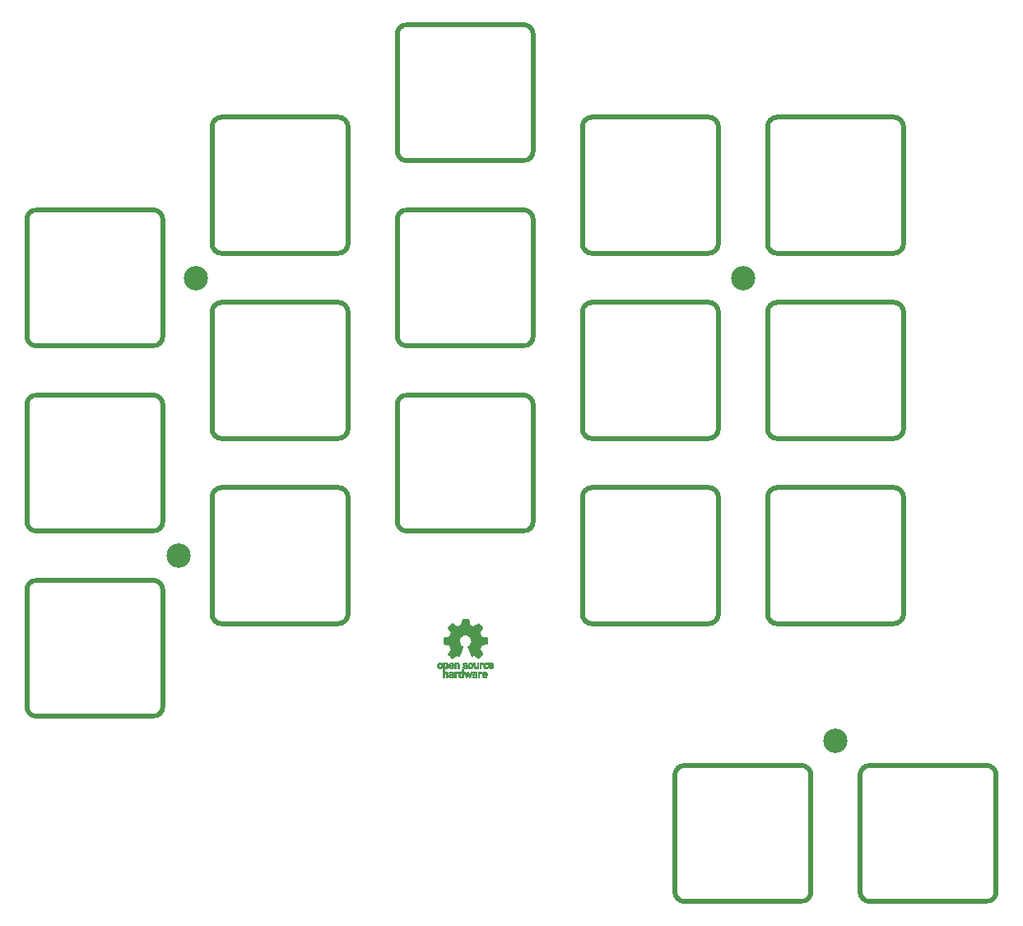
<source format=gts>
%TF.GenerationSoftware,KiCad,Pcbnew,(6.0.6-1)-1*%
%TF.CreationDate,2022-07-18T09:19:42+08:00*%
%TF.ProjectId,Pragmatic,50726167-6d61-4746-9963-2e6b69636164,3*%
%TF.SameCoordinates,PX7616b68PY48ab840*%
%TF.FileFunction,Soldermask,Top*%
%TF.FilePolarity,Negative*%
%FSLAX46Y46*%
G04 Gerber Fmt 4.6, Leading zero omitted, Abs format (unit mm)*
G04 Created by KiCad (PCBNEW (6.0.6-1)-1) date 2022-07-18 09:19:42*
%MOMM*%
%LPD*%
G01*
G04 APERTURE LIST*
%ADD10C,0.500000*%
%ADD11C,0.010000*%
%ADD12C,2.500000*%
G04 APERTURE END LIST*
D10*
X-72675000Y7000000D02*
X-60675000Y7000000D01*
X-72675000Y-7000000D02*
X-60675000Y-7000000D01*
X-59675000Y6000000D02*
X-59675000Y-6000000D01*
X-73675000Y6000000D02*
X-73675000Y-6000000D01*
X-59675000Y6000000D02*
G75*
G03*
X-60675000Y7000000I-1000000J0D01*
G01*
X-72675000Y7000000D02*
G75*
G03*
X-73675000Y6000000I-1J-999999D01*
G01*
X-60675000Y-7000000D02*
G75*
G03*
X-59675000Y-6000000I0J1000000D01*
G01*
X-73675000Y-6000000D02*
G75*
G03*
X-72675000Y-7000000I999999J-1D01*
G01*
X-72675000Y-12050000D02*
X-60675000Y-12050000D01*
X-72675000Y-26050000D02*
X-60675000Y-26050000D01*
X-59675000Y-13050000D02*
X-59675000Y-25050000D01*
X-73675000Y-13050000D02*
X-73675000Y-25050000D01*
X-59675000Y-13050000D02*
G75*
G03*
X-60675000Y-12050000I-1000000J0D01*
G01*
X-72675000Y-12050000D02*
G75*
G03*
X-73675000Y-13050000I-1J-999999D01*
G01*
X-60675000Y-26050000D02*
G75*
G03*
X-59675000Y-25050000I0J1000000D01*
G01*
X-73675000Y-25050000D02*
G75*
G03*
X-72675000Y-26050000I999999J-1D01*
G01*
X-53625000Y-2525000D02*
X-41625000Y-2525000D01*
X-53625000Y-16525000D02*
X-41625000Y-16525000D01*
X-40625000Y-3525000D02*
X-40625000Y-15525000D01*
X-54625000Y-3525000D02*
X-54625000Y-15525000D01*
X-40625000Y-3525000D02*
G75*
G03*
X-41625000Y-2525000I-1000000J0D01*
G01*
X-53625000Y-2525000D02*
G75*
G03*
X-54625000Y-3525000I-1J-999999D01*
G01*
X-41625000Y-16525000D02*
G75*
G03*
X-40625000Y-15525000I0J1000000D01*
G01*
X-54625000Y-15525000D02*
G75*
G03*
X-53625000Y-16525000I999999J-1D01*
G01*
X-53625000Y16525000D02*
X-41625000Y16525000D01*
X-53625000Y2525000D02*
X-41625000Y2525000D01*
X-40625000Y15525000D02*
X-40625000Y3525000D01*
X-54625000Y15525000D02*
X-54625000Y3525000D01*
X-40625000Y15525000D02*
G75*
G03*
X-41625000Y16525000I-1000000J0D01*
G01*
X-53625000Y16525000D02*
G75*
G03*
X-54625000Y15525000I-1J-999999D01*
G01*
X-41625000Y2525000D02*
G75*
G03*
X-40625000Y3525000I0J1000000D01*
G01*
X-54625000Y3525000D02*
G75*
G03*
X-53625000Y2525000I999999J-1D01*
G01*
X-34575000Y26050000D02*
X-22575000Y26050000D01*
X-34575000Y12050000D02*
X-22575000Y12050000D01*
X-21575000Y25050000D02*
X-21575000Y13050000D01*
X-35575000Y25050000D02*
X-35575000Y13050000D01*
X-21575000Y25050000D02*
G75*
G03*
X-22575000Y26050000I-1000000J0D01*
G01*
X-34575000Y26050000D02*
G75*
G03*
X-35575000Y25050000I-1J-999999D01*
G01*
X-22575000Y12050000D02*
G75*
G03*
X-21575000Y13050000I0J1000000D01*
G01*
X-35575000Y13050000D02*
G75*
G03*
X-34575000Y12050000I999999J-1D01*
G01*
X-15525000Y16525000D02*
X-3525000Y16525000D01*
X-15525000Y2525000D02*
X-3525000Y2525000D01*
X-2525000Y15525000D02*
X-2525000Y3525000D01*
X-16525000Y15525000D02*
X-16525000Y3525000D01*
X-2525000Y15525000D02*
G75*
G03*
X-3525000Y16525000I-1000000J0D01*
G01*
X-15525000Y16525000D02*
G75*
G03*
X-16525000Y15525000I-1J-999999D01*
G01*
X-3525000Y2525000D02*
G75*
G03*
X-2525000Y3525000I0J1000000D01*
G01*
X-16525000Y3525000D02*
G75*
G03*
X-15525000Y2525000I999999J-1D01*
G01*
X3525000Y16525000D02*
X15525000Y16525000D01*
X3525000Y2525000D02*
X15525000Y2525000D01*
X16525000Y15525000D02*
X16525000Y3525000D01*
X2525000Y15525000D02*
X2525000Y3525000D01*
X16525000Y15525000D02*
G75*
G03*
X15525000Y16525000I-1000000J0D01*
G01*
X3525000Y16525000D02*
G75*
G03*
X2525000Y15525000I-1J-999999D01*
G01*
X15525000Y2525000D02*
G75*
G03*
X16525000Y3525000I0J1000000D01*
G01*
X2525000Y3525000D02*
G75*
G03*
X3525000Y2525000I999999J-1D01*
G01*
X-34575000Y7000000D02*
X-22575000Y7000000D01*
X-34575000Y-7000000D02*
X-22575000Y-7000000D01*
X-21575000Y6000000D02*
X-21575000Y-6000000D01*
X-35575000Y6000000D02*
X-35575000Y-6000000D01*
X-21575000Y6000000D02*
G75*
G03*
X-22575000Y7000000I-1000000J0D01*
G01*
X-34575000Y7000000D02*
G75*
G03*
X-35575000Y6000000I-1J-999999D01*
G01*
X-22575000Y-7000000D02*
G75*
G03*
X-21575000Y-6000000I0J1000000D01*
G01*
X-35575000Y-6000000D02*
G75*
G03*
X-34575000Y-7000000I999999J-1D01*
G01*
X-16525000Y-15525000D02*
G75*
G03*
X-15525000Y-16525000I999999J-1D01*
G01*
X-3525000Y-16525000D02*
G75*
G03*
X-2525000Y-15525000I0J1000000D01*
G01*
X-15525000Y-2525000D02*
G75*
G03*
X-16525000Y-3525000I-1J-999999D01*
G01*
X-2525000Y-3525000D02*
G75*
G03*
X-3525000Y-2525000I-1000000J0D01*
G01*
X-16525000Y-3525000D02*
X-16525000Y-15525000D01*
X-2525000Y-3525000D02*
X-2525000Y-15525000D01*
X-15525000Y-16525000D02*
X-3525000Y-16525000D01*
X-15525000Y-2525000D02*
X-3525000Y-2525000D01*
X3525000Y-2525000D02*
X15525000Y-2525000D01*
X3525000Y-16525000D02*
X15525000Y-16525000D01*
X16525000Y-3525000D02*
X16525000Y-15525000D01*
X2525000Y-3525000D02*
X2525000Y-15525000D01*
X16525000Y-3525000D02*
G75*
G03*
X15525000Y-2525000I-1000000J0D01*
G01*
X3525000Y-2525000D02*
G75*
G03*
X2525000Y-3525000I-1J-999999D01*
G01*
X15525000Y-16525000D02*
G75*
G03*
X16525000Y-15525000I0J1000000D01*
G01*
X2525000Y-15525000D02*
G75*
G03*
X3525000Y-16525000I999999J-1D01*
G01*
X-72675000Y-31100000D02*
X-60675000Y-31100000D01*
X-72675000Y-45100000D02*
X-60675000Y-45100000D01*
X-59675000Y-32100000D02*
X-59675000Y-44100000D01*
X-73675000Y-32100000D02*
X-73675000Y-44100000D01*
X-59675000Y-32100000D02*
G75*
G03*
X-60675000Y-31100000I-1000000J0D01*
G01*
X-72675000Y-31100000D02*
G75*
G03*
X-73675000Y-32100000I-1J-999999D01*
G01*
X-60675000Y-45100000D02*
G75*
G03*
X-59675000Y-44100000I0J1000000D01*
G01*
X-73675000Y-44100000D02*
G75*
G03*
X-72675000Y-45100000I999999J-1D01*
G01*
X-53625000Y-21575000D02*
X-41625000Y-21575000D01*
X-53625000Y-35575000D02*
X-41625000Y-35575000D01*
X-40625000Y-22575000D02*
X-40625000Y-34575000D01*
X-54625000Y-22575000D02*
X-54625000Y-34575000D01*
X-40625000Y-22575000D02*
G75*
G03*
X-41625000Y-21575000I-1000000J0D01*
G01*
X-53625000Y-21575000D02*
G75*
G03*
X-54625000Y-22575000I-1J-999999D01*
G01*
X-41625000Y-35575000D02*
G75*
G03*
X-40625000Y-34575000I0J1000000D01*
G01*
X-54625000Y-34575000D02*
G75*
G03*
X-53625000Y-35575000I999999J-1D01*
G01*
X-34575000Y-12050000D02*
X-22575000Y-12050000D01*
X-34575000Y-26050000D02*
X-22575000Y-26050000D01*
X-21575000Y-13050000D02*
X-21575000Y-25050000D01*
X-35575000Y-13050000D02*
X-35575000Y-25050000D01*
X-21575000Y-13050000D02*
G75*
G03*
X-22575000Y-12050000I-1000000J0D01*
G01*
X-34575000Y-12050000D02*
G75*
G03*
X-35575000Y-13050000I-1J-999999D01*
G01*
X-22575000Y-26050000D02*
G75*
G03*
X-21575000Y-25050000I0J1000000D01*
G01*
X-35575000Y-25050000D02*
G75*
G03*
X-34575000Y-26050000I999999J-1D01*
G01*
X-15525000Y-21575000D02*
X-3525000Y-21575000D01*
X-15525000Y-35575000D02*
X-3525000Y-35575000D01*
X-2525000Y-22575000D02*
X-2525000Y-34575000D01*
X-16525000Y-22575000D02*
X-16525000Y-34575000D01*
X-2525000Y-22575000D02*
G75*
G03*
X-3525000Y-21575000I-1000000J0D01*
G01*
X-15525000Y-21575000D02*
G75*
G03*
X-16525000Y-22575000I-1J-999999D01*
G01*
X-3525000Y-35575000D02*
G75*
G03*
X-2525000Y-34575000I0J1000000D01*
G01*
X-16525000Y-34575000D02*
G75*
G03*
X-15525000Y-35575000I999999J-1D01*
G01*
X3525000Y-21575000D02*
X15525000Y-21575000D01*
X3525000Y-35575000D02*
X15525000Y-35575000D01*
X16525000Y-22575000D02*
X16525000Y-34575000D01*
X2525000Y-22575000D02*
X2525000Y-34575000D01*
X16525000Y-22575000D02*
G75*
G03*
X15525000Y-21575000I-1000000J0D01*
G01*
X3525000Y-21575000D02*
G75*
G03*
X2525000Y-22575000I-1J-999999D01*
G01*
X15525000Y-35575000D02*
G75*
G03*
X16525000Y-34575000I0J1000000D01*
G01*
X2525000Y-34575000D02*
G75*
G03*
X3525000Y-35575000I999999J-1D01*
G01*
X-6000000Y-50150000D02*
X6000000Y-50150000D01*
X-6000000Y-64150000D02*
X6000000Y-64150000D01*
X7000000Y-51150000D02*
X7000000Y-63150000D01*
X-7000000Y-51150000D02*
X-7000000Y-63150000D01*
X7000000Y-51150000D02*
G75*
G03*
X6000000Y-50150000I-1000000J0D01*
G01*
X-6000000Y-50150000D02*
G75*
G03*
X-7000000Y-51150000I-1J-999999D01*
G01*
X6000000Y-64150000D02*
G75*
G03*
X7000000Y-63150000I0J1000000D01*
G01*
X-7000000Y-63150000D02*
G75*
G03*
X-6000000Y-64150000I999999J-1D01*
G01*
X13050000Y-50150000D02*
X25050000Y-50150000D01*
X13050000Y-64150000D02*
X25050000Y-64150000D01*
X26050000Y-51150000D02*
X26050000Y-63150000D01*
X12050000Y-51150000D02*
X12050000Y-63150000D01*
X26050000Y-51150000D02*
G75*
G03*
X25050000Y-50150000I-1000000J0D01*
G01*
X13050000Y-50150000D02*
G75*
G03*
X12050000Y-51150000I-1J-999999D01*
G01*
X25050000Y-64150000D02*
G75*
G03*
X26050000Y-63150000I0J1000000D01*
G01*
X12050000Y-63150000D02*
G75*
G03*
X13050000Y-64150000I999999J-1D01*
G01*
G36*
X-27584763Y-39758305D02*
G01*
X-27583575Y-39850526D01*
X-27579233Y-39920573D01*
X-27570572Y-39971344D01*
X-27556426Y-40005735D01*
X-27535630Y-40026642D01*
X-27507020Y-40036963D01*
X-27471595Y-40039599D01*
X-27434494Y-40036645D01*
X-27406312Y-40025852D01*
X-27385887Y-40004323D01*
X-27372051Y-39969162D01*
X-27363639Y-39917473D01*
X-27359487Y-39846357D01*
X-27358427Y-39758305D01*
X-27358427Y-39562577D01*
X-27220110Y-39562577D01*
X-27220110Y-40166142D01*
X-27289268Y-40166142D01*
X-27330960Y-40164452D01*
X-27352429Y-40158519D01*
X-27358427Y-40147256D01*
X-27362039Y-40137224D01*
X-27376416Y-40139346D01*
X-27405394Y-40153543D01*
X-27471811Y-40175443D01*
X-27542255Y-40173891D01*
X-27609753Y-40150110D01*
X-27641897Y-40131325D01*
X-27666415Y-40110985D01*
X-27684326Y-40085536D01*
X-27696651Y-40051421D01*
X-27704407Y-40005084D01*
X-27708614Y-39942970D01*
X-27710290Y-39861524D01*
X-27710506Y-39798541D01*
X-27710506Y-39562577D01*
X-27584763Y-39562577D01*
X-27584763Y-39758305D01*
G37*
D11*
X-27584763Y-39758305D02*
X-27583575Y-39850526D01*
X-27579233Y-39920573D01*
X-27570572Y-39971344D01*
X-27556426Y-40005735D01*
X-27535630Y-40026642D01*
X-27507020Y-40036963D01*
X-27471595Y-40039599D01*
X-27434494Y-40036645D01*
X-27406312Y-40025852D01*
X-27385887Y-40004323D01*
X-27372051Y-39969162D01*
X-27363639Y-39917473D01*
X-27359487Y-39846357D01*
X-27358427Y-39758305D01*
X-27358427Y-39562577D01*
X-27220110Y-39562577D01*
X-27220110Y-40166142D01*
X-27289268Y-40166142D01*
X-27330960Y-40164452D01*
X-27352429Y-40158519D01*
X-27358427Y-40147256D01*
X-27362039Y-40137224D01*
X-27376416Y-40139346D01*
X-27405394Y-40153543D01*
X-27471811Y-40175443D01*
X-27542255Y-40173891D01*
X-27609753Y-40150110D01*
X-27641897Y-40131325D01*
X-27666415Y-40110985D01*
X-27684326Y-40085536D01*
X-27696651Y-40051421D01*
X-27704407Y-40005084D01*
X-27708614Y-39942970D01*
X-27710290Y-39861524D01*
X-27710506Y-39798541D01*
X-27710506Y-39562577D01*
X-27584763Y-39562577D01*
X-27584763Y-39758305D01*
G36*
X-29264664Y-40762563D02*
G01*
X-29258514Y-40680981D01*
X-29245733Y-40619730D01*
X-29224471Y-40574449D01*
X-29192878Y-40540779D01*
X-29162207Y-40521014D01*
X-29119354Y-40507120D01*
X-29066056Y-40502354D01*
X-29011480Y-40506236D01*
X-28964792Y-40518282D01*
X-28940124Y-40532693D01*
X-28914505Y-40555878D01*
X-28914505Y-40262773D01*
X-28776188Y-40262773D01*
X-28776188Y-41117822D01*
X-28845346Y-41117822D01*
X-28885488Y-41116645D01*
X-28906394Y-41111772D01*
X-28913922Y-41101186D01*
X-28914505Y-41094029D01*
X-28915774Y-41079676D01*
X-28923779Y-41076923D01*
X-28944815Y-41085771D01*
X-28961173Y-41094029D01*
X-29023977Y-41113597D01*
X-29092248Y-41114729D01*
X-29147752Y-41100135D01*
X-29199438Y-41064877D01*
X-29238838Y-41012835D01*
X-29260413Y-40951450D01*
X-29260962Y-40948018D01*
X-29264167Y-40910571D01*
X-29265761Y-40856813D01*
X-29265633Y-40816155D01*
X-29128279Y-40816155D01*
X-29125097Y-40870194D01*
X-29117859Y-40914735D01*
X-29108060Y-40939888D01*
X-29070989Y-40974260D01*
X-29026974Y-40986582D01*
X-28981584Y-40976618D01*
X-28942797Y-40946895D01*
X-28928108Y-40926905D01*
X-28919519Y-40903050D01*
X-28915496Y-40868230D01*
X-28914505Y-40815930D01*
X-28916278Y-40764139D01*
X-28920963Y-40718634D01*
X-28927603Y-40688181D01*
X-28928710Y-40685452D01*
X-28955491Y-40653000D01*
X-28994579Y-40635183D01*
X-29038315Y-40632306D01*
X-29079038Y-40644674D01*
X-29109087Y-40672593D01*
X-29112204Y-40678148D01*
X-29121961Y-40712022D01*
X-29127277Y-40760728D01*
X-29128279Y-40816155D01*
X-29265633Y-40816155D01*
X-29265568Y-40795540D01*
X-29264664Y-40762563D01*
G37*
X-29264664Y-40762563D02*
X-29258514Y-40680981D01*
X-29245733Y-40619730D01*
X-29224471Y-40574449D01*
X-29192878Y-40540779D01*
X-29162207Y-40521014D01*
X-29119354Y-40507120D01*
X-29066056Y-40502354D01*
X-29011480Y-40506236D01*
X-28964792Y-40518282D01*
X-28940124Y-40532693D01*
X-28914505Y-40555878D01*
X-28914505Y-40262773D01*
X-28776188Y-40262773D01*
X-28776188Y-41117822D01*
X-28845346Y-41117822D01*
X-28885488Y-41116645D01*
X-28906394Y-41111772D01*
X-28913922Y-41101186D01*
X-28914505Y-41094029D01*
X-28915774Y-41079676D01*
X-28923779Y-41076923D01*
X-28944815Y-41085771D01*
X-28961173Y-41094029D01*
X-29023977Y-41113597D01*
X-29092248Y-41114729D01*
X-29147752Y-41100135D01*
X-29199438Y-41064877D01*
X-29238838Y-41012835D01*
X-29260413Y-40951450D01*
X-29260962Y-40948018D01*
X-29264167Y-40910571D01*
X-29265761Y-40856813D01*
X-29265633Y-40816155D01*
X-29128279Y-40816155D01*
X-29125097Y-40870194D01*
X-29117859Y-40914735D01*
X-29108060Y-40939888D01*
X-29070989Y-40974260D01*
X-29026974Y-40986582D01*
X-28981584Y-40976618D01*
X-28942797Y-40946895D01*
X-28928108Y-40926905D01*
X-28919519Y-40903050D01*
X-28915496Y-40868230D01*
X-28914505Y-40815930D01*
X-28916278Y-40764139D01*
X-28920963Y-40718634D01*
X-28927603Y-40688181D01*
X-28928710Y-40685452D01*
X-28955491Y-40653000D01*
X-28994579Y-40635183D01*
X-29038315Y-40632306D01*
X-29079038Y-40644674D01*
X-29109087Y-40672593D01*
X-29112204Y-40678148D01*
X-29121961Y-40712022D01*
X-29127277Y-40760728D01*
X-29128279Y-40816155D01*
X-29265633Y-40816155D01*
X-29265568Y-40795540D01*
X-29264664Y-40762563D01*
G36*
X-28564113Y-39560415D02*
G01*
X-28516496Y-39569445D01*
X-28467096Y-39588333D01*
X-28461818Y-39590740D01*
X-28424356Y-39610439D01*
X-28398413Y-39628744D01*
X-28390027Y-39640471D01*
X-28398013Y-39659595D01*
X-28417410Y-39687813D01*
X-28426020Y-39698347D01*
X-28461502Y-39739810D01*
X-28507245Y-39712821D01*
X-28550780Y-39694841D01*
X-28601080Y-39685230D01*
X-28649318Y-39684623D01*
X-28686663Y-39693654D01*
X-28695625Y-39699290D01*
X-28712693Y-39725134D01*
X-28714767Y-39754904D01*
X-28701996Y-39778160D01*
X-28694442Y-39782671D01*
X-28671805Y-39788272D01*
X-28632015Y-39794855D01*
X-28582964Y-39801146D01*
X-28573915Y-39802133D01*
X-28495134Y-39815761D01*
X-28437994Y-39838909D01*
X-28400100Y-39873715D01*
X-28379051Y-39922317D01*
X-28372495Y-39981681D01*
X-28381553Y-40049161D01*
X-28410966Y-40102151D01*
X-28460852Y-40140746D01*
X-28531330Y-40165044D01*
X-28609565Y-40174630D01*
X-28673364Y-40174515D01*
X-28725114Y-40165808D01*
X-28760457Y-40153788D01*
X-28805113Y-40132843D01*
X-28846383Y-40108537D01*
X-28861051Y-40097839D01*
X-28898773Y-40067047D01*
X-28853278Y-40021012D01*
X-28807783Y-39974976D01*
X-28756058Y-40009206D01*
X-28704178Y-40034915D01*
X-28648779Y-40048362D01*
X-28595525Y-40049781D01*
X-28550081Y-40039406D01*
X-28518114Y-40017470D01*
X-28507792Y-39998961D01*
X-28509341Y-39969277D01*
X-28534990Y-39946578D01*
X-28584670Y-39930903D01*
X-28639099Y-39923658D01*
X-28722866Y-39909836D01*
X-28785097Y-39883759D01*
X-28826623Y-39844662D01*
X-28848277Y-39791783D01*
X-28851277Y-39729089D01*
X-28836459Y-39663605D01*
X-28802676Y-39614107D01*
X-28749625Y-39580371D01*
X-28677004Y-39562170D01*
X-28623202Y-39558602D01*
X-28564113Y-39560415D01*
G37*
X-28564113Y-39560415D02*
X-28516496Y-39569445D01*
X-28467096Y-39588333D01*
X-28461818Y-39590740D01*
X-28424356Y-39610439D01*
X-28398413Y-39628744D01*
X-28390027Y-39640471D01*
X-28398013Y-39659595D01*
X-28417410Y-39687813D01*
X-28426020Y-39698347D01*
X-28461502Y-39739810D01*
X-28507245Y-39712821D01*
X-28550780Y-39694841D01*
X-28601080Y-39685230D01*
X-28649318Y-39684623D01*
X-28686663Y-39693654D01*
X-28695625Y-39699290D01*
X-28712693Y-39725134D01*
X-28714767Y-39754904D01*
X-28701996Y-39778160D01*
X-28694442Y-39782671D01*
X-28671805Y-39788272D01*
X-28632015Y-39794855D01*
X-28582964Y-39801146D01*
X-28573915Y-39802133D01*
X-28495134Y-39815761D01*
X-28437994Y-39838909D01*
X-28400100Y-39873715D01*
X-28379051Y-39922317D01*
X-28372495Y-39981681D01*
X-28381553Y-40049161D01*
X-28410966Y-40102151D01*
X-28460852Y-40140746D01*
X-28531330Y-40165044D01*
X-28609565Y-40174630D01*
X-28673364Y-40174515D01*
X-28725114Y-40165808D01*
X-28760457Y-40153788D01*
X-28805113Y-40132843D01*
X-28846383Y-40108537D01*
X-28861051Y-40097839D01*
X-28898773Y-40067047D01*
X-28853278Y-40021012D01*
X-28807783Y-39974976D01*
X-28756058Y-40009206D01*
X-28704178Y-40034915D01*
X-28648779Y-40048362D01*
X-28595525Y-40049781D01*
X-28550081Y-40039406D01*
X-28518114Y-40017470D01*
X-28507792Y-39998961D01*
X-28509341Y-39969277D01*
X-28534990Y-39946578D01*
X-28584670Y-39930903D01*
X-28639099Y-39923658D01*
X-28722866Y-39909836D01*
X-28785097Y-39883759D01*
X-28826623Y-39844662D01*
X-28848277Y-39791783D01*
X-28851277Y-39729089D01*
X-28836459Y-39663605D01*
X-28802676Y-39614107D01*
X-28749625Y-39580371D01*
X-28677004Y-39562170D01*
X-28623202Y-39558602D01*
X-28564113Y-39560415D01*
G36*
X-27841467Y-40839207D02*
G01*
X-27810506Y-40800543D01*
X-27791754Y-40783827D01*
X-27773397Y-40772841D01*
X-27749511Y-40766143D01*
X-27714173Y-40762289D01*
X-27661461Y-40759836D01*
X-27640553Y-40759131D01*
X-27509318Y-40754842D01*
X-27509510Y-40715121D01*
X-27514593Y-40673368D01*
X-27532968Y-40648121D01*
X-27570091Y-40631993D01*
X-27571087Y-40631705D01*
X-27623720Y-40625363D01*
X-27675224Y-40633647D01*
X-27713500Y-40653790D01*
X-27728858Y-40663736D01*
X-27745400Y-40662360D01*
X-27770855Y-40647950D01*
X-27785802Y-40637780D01*
X-27815039Y-40616051D01*
X-27833150Y-40599763D01*
X-27836056Y-40595100D01*
X-27824090Y-40570968D01*
X-27788734Y-40542148D01*
X-27773377Y-40532424D01*
X-27729229Y-40515677D01*
X-27669732Y-40506190D01*
X-27603643Y-40504058D01*
X-27539719Y-40509380D01*
X-27486719Y-40522253D01*
X-27471399Y-40529073D01*
X-27441702Y-40546937D01*
X-27418910Y-40567056D01*
X-27402047Y-40592925D01*
X-27390132Y-40628036D01*
X-27382188Y-40675883D01*
X-27377236Y-40739959D01*
X-27374299Y-40823757D01*
X-27373183Y-40879731D01*
X-27369078Y-41121785D01*
X-27439198Y-41121785D01*
X-27481737Y-41120001D01*
X-27503654Y-41113905D01*
X-27509318Y-41103669D01*
X-27512309Y-41092600D01*
X-27525679Y-41094717D01*
X-27543897Y-41103592D01*
X-27589506Y-41117196D01*
X-27648123Y-41120862D01*
X-27709776Y-41114866D01*
X-27764492Y-41099484D01*
X-27769400Y-41097349D01*
X-27819407Y-41062218D01*
X-27852374Y-41013382D01*
X-27867543Y-40956296D01*
X-27866384Y-40935787D01*
X-27742622Y-40935787D01*
X-27731717Y-40963388D01*
X-27699385Y-40983167D01*
X-27647220Y-40993782D01*
X-27619343Y-40995191D01*
X-27572883Y-40991583D01*
X-27542001Y-40977560D01*
X-27534466Y-40970894D01*
X-27514054Y-40934629D01*
X-27509318Y-40901736D01*
X-27509318Y-40857726D01*
X-27570617Y-40857726D01*
X-27641874Y-40861358D01*
X-27691854Y-40872781D01*
X-27723434Y-40892787D01*
X-27730504Y-40901706D01*
X-27742622Y-40935787D01*
X-27866384Y-40935787D01*
X-27864159Y-40896419D01*
X-27841467Y-40839207D01*
G37*
X-27841467Y-40839207D02*
X-27810506Y-40800543D01*
X-27791754Y-40783827D01*
X-27773397Y-40772841D01*
X-27749511Y-40766143D01*
X-27714173Y-40762289D01*
X-27661461Y-40759836D01*
X-27640553Y-40759131D01*
X-27509318Y-40754842D01*
X-27509510Y-40715121D01*
X-27514593Y-40673368D01*
X-27532968Y-40648121D01*
X-27570091Y-40631993D01*
X-27571087Y-40631705D01*
X-27623720Y-40625363D01*
X-27675224Y-40633647D01*
X-27713500Y-40653790D01*
X-27728858Y-40663736D01*
X-27745400Y-40662360D01*
X-27770855Y-40647950D01*
X-27785802Y-40637780D01*
X-27815039Y-40616051D01*
X-27833150Y-40599763D01*
X-27836056Y-40595100D01*
X-27824090Y-40570968D01*
X-27788734Y-40542148D01*
X-27773377Y-40532424D01*
X-27729229Y-40515677D01*
X-27669732Y-40506190D01*
X-27603643Y-40504058D01*
X-27539719Y-40509380D01*
X-27486719Y-40522253D01*
X-27471399Y-40529073D01*
X-27441702Y-40546937D01*
X-27418910Y-40567056D01*
X-27402047Y-40592925D01*
X-27390132Y-40628036D01*
X-27382188Y-40675883D01*
X-27377236Y-40739959D01*
X-27374299Y-40823757D01*
X-27373183Y-40879731D01*
X-27369078Y-41121785D01*
X-27439198Y-41121785D01*
X-27481737Y-41120001D01*
X-27503654Y-41113905D01*
X-27509318Y-41103669D01*
X-27512309Y-41092600D01*
X-27525679Y-41094717D01*
X-27543897Y-41103592D01*
X-27589506Y-41117196D01*
X-27648123Y-41120862D01*
X-27709776Y-41114866D01*
X-27764492Y-41099484D01*
X-27769400Y-41097349D01*
X-27819407Y-41062218D01*
X-27852374Y-41013382D01*
X-27867543Y-40956296D01*
X-27866384Y-40935787D01*
X-27742622Y-40935787D01*
X-27731717Y-40963388D01*
X-27699385Y-40983167D01*
X-27647220Y-40993782D01*
X-27619343Y-40995191D01*
X-27572883Y-40991583D01*
X-27542001Y-40977560D01*
X-27534466Y-40970894D01*
X-27514054Y-40934629D01*
X-27509318Y-40901736D01*
X-27509318Y-40857726D01*
X-27570617Y-40857726D01*
X-27641874Y-40861358D01*
X-27691854Y-40872781D01*
X-27723434Y-40892787D01*
X-27730504Y-40901706D01*
X-27742622Y-40935787D01*
X-27866384Y-40935787D01*
X-27864159Y-40896419D01*
X-27841467Y-40839207D01*
G36*
X-28292742Y-39714464D02*
G01*
X-28259101Y-39646493D01*
X-28209112Y-39597627D01*
X-28142774Y-39567862D01*
X-28128529Y-39564411D01*
X-28042920Y-39556308D01*
X-27967368Y-39570018D01*
X-27903767Y-39604655D01*
X-27854007Y-39659335D01*
X-27830562Y-39703805D01*
X-27820496Y-39743084D01*
X-27813974Y-39799079D01*
X-27811179Y-39863584D01*
X-27812294Y-39928392D01*
X-27817504Y-39985297D01*
X-27823589Y-40015690D01*
X-27844116Y-40057269D01*
X-27879667Y-40101431D01*
X-27922511Y-40140050D01*
X-27964919Y-40164997D01*
X-27965953Y-40165393D01*
X-28018577Y-40176294D01*
X-28080942Y-40176564D01*
X-28140206Y-40166639D01*
X-28163090Y-40158685D01*
X-28222028Y-40125263D01*
X-28264240Y-40081474D01*
X-28291974Y-40023501D01*
X-28307479Y-39947528D01*
X-28310987Y-39907734D01*
X-28310540Y-39857729D01*
X-28175754Y-39857729D01*
X-28171213Y-39930695D01*
X-28158144Y-39986297D01*
X-28137374Y-40021824D01*
X-28122578Y-40031983D01*
X-28084666Y-40039067D01*
X-28039603Y-40036970D01*
X-28000643Y-40026775D01*
X-27990426Y-40021167D01*
X-27963471Y-39988501D01*
X-27945679Y-39938508D01*
X-27938106Y-39877668D01*
X-27941805Y-39812460D01*
X-27950073Y-39773216D01*
X-27973810Y-39727768D01*
X-28011281Y-39699359D01*
X-28056410Y-39689536D01*
X-28103119Y-39699850D01*
X-28138998Y-39725075D01*
X-28157853Y-39745888D01*
X-28168858Y-39766402D01*
X-28174104Y-39794166D01*
X-28175681Y-39836725D01*
X-28175754Y-39857729D01*
X-28310540Y-39857729D01*
X-28310036Y-39801543D01*
X-28292742Y-39714464D01*
G37*
X-28292742Y-39714464D02*
X-28259101Y-39646493D01*
X-28209112Y-39597627D01*
X-28142774Y-39567862D01*
X-28128529Y-39564411D01*
X-28042920Y-39556308D01*
X-27967368Y-39570018D01*
X-27903767Y-39604655D01*
X-27854007Y-39659335D01*
X-27830562Y-39703805D01*
X-27820496Y-39743084D01*
X-27813974Y-39799079D01*
X-27811179Y-39863584D01*
X-27812294Y-39928392D01*
X-27817504Y-39985297D01*
X-27823589Y-40015690D01*
X-27844116Y-40057269D01*
X-27879667Y-40101431D01*
X-27922511Y-40140050D01*
X-27964919Y-40164997D01*
X-27965953Y-40165393D01*
X-28018577Y-40176294D01*
X-28080942Y-40176564D01*
X-28140206Y-40166639D01*
X-28163090Y-40158685D01*
X-28222028Y-40125263D01*
X-28264240Y-40081474D01*
X-28291974Y-40023501D01*
X-28307479Y-39947528D01*
X-28310987Y-39907734D01*
X-28310540Y-39857729D01*
X-28175754Y-39857729D01*
X-28171213Y-39930695D01*
X-28158144Y-39986297D01*
X-28137374Y-40021824D01*
X-28122578Y-40031983D01*
X-28084666Y-40039067D01*
X-28039603Y-40036970D01*
X-28000643Y-40026775D01*
X-27990426Y-40021167D01*
X-27963471Y-39988501D01*
X-27945679Y-39938508D01*
X-27938106Y-39877668D01*
X-27941805Y-39812460D01*
X-27950073Y-39773216D01*
X-27973810Y-39727768D01*
X-28011281Y-39699359D01*
X-28056410Y-39689536D01*
X-28103119Y-39699850D01*
X-28138998Y-39725075D01*
X-28157853Y-39745888D01*
X-28168858Y-39766402D01*
X-28174104Y-39794166D01*
X-28175681Y-39836725D01*
X-28175754Y-39857729D01*
X-28310540Y-39857729D01*
X-28310036Y-39801543D01*
X-28292742Y-39714464D01*
G36*
X-29571486Y-40506983D02*
G01*
X-29552669Y-40512623D01*
X-29546603Y-40525016D01*
X-29546348Y-40530610D01*
X-29545259Y-40546193D01*
X-29537762Y-40548639D01*
X-29517511Y-40537956D01*
X-29505481Y-40530657D01*
X-29467530Y-40515026D01*
X-29422202Y-40507297D01*
X-29374674Y-40506703D01*
X-29330125Y-40512476D01*
X-29293732Y-40523847D01*
X-29270673Y-40540051D01*
X-29266126Y-40560318D01*
X-29268421Y-40565806D01*
X-29285150Y-40588589D01*
X-29311093Y-40616610D01*
X-29315785Y-40621140D01*
X-29340513Y-40641968D01*
X-29361848Y-40648698D01*
X-29391685Y-40644001D01*
X-29403638Y-40640880D01*
X-29440835Y-40633384D01*
X-29466989Y-40636755D01*
X-29489076Y-40648644D01*
X-29509308Y-40664598D01*
X-29524209Y-40684663D01*
X-29534564Y-40712665D01*
X-29541159Y-40752430D01*
X-29544779Y-40807786D01*
X-29546208Y-40882557D01*
X-29546348Y-40927703D01*
X-29546348Y-41121785D01*
X-29672090Y-41121785D01*
X-29672090Y-40505646D01*
X-29609219Y-40505646D01*
X-29571486Y-40506983D01*
G37*
X-29571486Y-40506983D02*
X-29552669Y-40512623D01*
X-29546603Y-40525016D01*
X-29546348Y-40530610D01*
X-29545259Y-40546193D01*
X-29537762Y-40548639D01*
X-29517511Y-40537956D01*
X-29505481Y-40530657D01*
X-29467530Y-40515026D01*
X-29422202Y-40507297D01*
X-29374674Y-40506703D01*
X-29330125Y-40512476D01*
X-29293732Y-40523847D01*
X-29270673Y-40540051D01*
X-29266126Y-40560318D01*
X-29268421Y-40565806D01*
X-29285150Y-40588589D01*
X-29311093Y-40616610D01*
X-29315785Y-40621140D01*
X-29340513Y-40641968D01*
X-29361848Y-40648698D01*
X-29391685Y-40644001D01*
X-29403638Y-40640880D01*
X-29440835Y-40633384D01*
X-29466989Y-40636755D01*
X-29489076Y-40648644D01*
X-29509308Y-40664598D01*
X-29524209Y-40684663D01*
X-29534564Y-40712665D01*
X-29541159Y-40752430D01*
X-29544779Y-40807786D01*
X-29546208Y-40882557D01*
X-29546348Y-40927703D01*
X-29546348Y-41121785D01*
X-29672090Y-41121785D01*
X-29672090Y-40505646D01*
X-29609219Y-40505646D01*
X-29571486Y-40506983D01*
G36*
X-30258840Y-40827808D02*
G01*
X-30215078Y-40785610D01*
X-30209029Y-40781771D01*
X-30183037Y-40769272D01*
X-30150865Y-40761703D01*
X-30105890Y-40758024D01*
X-30052461Y-40757179D01*
X-29936150Y-40757132D01*
X-29936150Y-40708374D01*
X-29941083Y-40670544D01*
X-29953673Y-40645199D01*
X-29955147Y-40643850D01*
X-29983164Y-40632763D01*
X-30025456Y-40628466D01*
X-30072194Y-40630578D01*
X-30113548Y-40638719D01*
X-30138087Y-40650928D01*
X-30151383Y-40660709D01*
X-30165424Y-40662576D01*
X-30184801Y-40654563D01*
X-30214106Y-40634702D01*
X-30257933Y-40601026D01*
X-30261955Y-40597872D01*
X-30259894Y-40586199D01*
X-30242698Y-40566785D01*
X-30216563Y-40545211D01*
X-30187682Y-40527059D01*
X-30178608Y-40522772D01*
X-30145510Y-40514219D01*
X-30097010Y-40508118D01*
X-30042825Y-40505671D01*
X-30040291Y-40505666D01*
X-29962340Y-40510518D01*
X-29903185Y-40526302D01*
X-29858153Y-40554911D01*
X-29826376Y-40592382D01*
X-29816496Y-40608374D01*
X-29809203Y-40625126D01*
X-29804104Y-40646555D01*
X-29800809Y-40676579D01*
X-29798927Y-40719117D01*
X-29798067Y-40778085D01*
X-29797837Y-40857403D01*
X-29797833Y-40878447D01*
X-29797833Y-41121785D01*
X-29858189Y-41121785D01*
X-29896687Y-41119089D01*
X-29925153Y-41112258D01*
X-29932285Y-41108046D01*
X-29951782Y-41100776D01*
X-29971696Y-41108046D01*
X-30004483Y-41117123D01*
X-30052108Y-41120776D01*
X-30104894Y-41119191D01*
X-30153166Y-41112552D01*
X-30181348Y-41104035D01*
X-30235883Y-41069026D01*
X-30269965Y-41020442D01*
X-30285287Y-40955845D01*
X-30285429Y-40954186D01*
X-30284085Y-40925529D01*
X-30162486Y-40925529D01*
X-30151856Y-40958124D01*
X-30134540Y-40976468D01*
X-30099782Y-40990342D01*
X-30053903Y-40995880D01*
X-30007118Y-40993154D01*
X-29969644Y-40982237D01*
X-29959145Y-40975232D01*
X-29940798Y-40942867D01*
X-29936150Y-40906074D01*
X-29936150Y-40857726D01*
X-30005712Y-40857726D01*
X-30071797Y-40862813D01*
X-30121894Y-40877226D01*
X-30153059Y-40899692D01*
X-30162486Y-40925529D01*
X-30284085Y-40925529D01*
X-30282117Y-40883610D01*
X-30258840Y-40827808D01*
G37*
X-30258840Y-40827808D02*
X-30215078Y-40785610D01*
X-30209029Y-40781771D01*
X-30183037Y-40769272D01*
X-30150865Y-40761703D01*
X-30105890Y-40758024D01*
X-30052461Y-40757179D01*
X-29936150Y-40757132D01*
X-29936150Y-40708374D01*
X-29941083Y-40670544D01*
X-29953673Y-40645199D01*
X-29955147Y-40643850D01*
X-29983164Y-40632763D01*
X-30025456Y-40628466D01*
X-30072194Y-40630578D01*
X-30113548Y-40638719D01*
X-30138087Y-40650928D01*
X-30151383Y-40660709D01*
X-30165424Y-40662576D01*
X-30184801Y-40654563D01*
X-30214106Y-40634702D01*
X-30257933Y-40601026D01*
X-30261955Y-40597872D01*
X-30259894Y-40586199D01*
X-30242698Y-40566785D01*
X-30216563Y-40545211D01*
X-30187682Y-40527059D01*
X-30178608Y-40522772D01*
X-30145510Y-40514219D01*
X-30097010Y-40508118D01*
X-30042825Y-40505671D01*
X-30040291Y-40505666D01*
X-29962340Y-40510518D01*
X-29903185Y-40526302D01*
X-29858153Y-40554911D01*
X-29826376Y-40592382D01*
X-29816496Y-40608374D01*
X-29809203Y-40625126D01*
X-29804104Y-40646555D01*
X-29800809Y-40676579D01*
X-29798927Y-40719117D01*
X-29798067Y-40778085D01*
X-29797837Y-40857403D01*
X-29797833Y-40878447D01*
X-29797833Y-41121785D01*
X-29858189Y-41121785D01*
X-29896687Y-41119089D01*
X-29925153Y-41112258D01*
X-29932285Y-41108046D01*
X-29951782Y-41100776D01*
X-29971696Y-41108046D01*
X-30004483Y-41117123D01*
X-30052108Y-41120776D01*
X-30104894Y-41119191D01*
X-30153166Y-41112552D01*
X-30181348Y-41104035D01*
X-30235883Y-41069026D01*
X-30269965Y-41020442D01*
X-30285287Y-40955845D01*
X-30285429Y-40954186D01*
X-30284085Y-40925529D01*
X-30162486Y-40925529D01*
X-30151856Y-40958124D01*
X-30134540Y-40976468D01*
X-30099782Y-40990342D01*
X-30053903Y-40995880D01*
X-30007118Y-40993154D01*
X-29969644Y-40982237D01*
X-29959145Y-40975232D01*
X-29940798Y-40942867D01*
X-29936150Y-40906074D01*
X-29936150Y-40857726D01*
X-30005712Y-40857726D01*
X-30071797Y-40862813D01*
X-30121894Y-40877226D01*
X-30153059Y-40899692D01*
X-30162486Y-40925529D01*
X-30284085Y-40925529D01*
X-30282117Y-40883610D01*
X-30258840Y-40827808D01*
G36*
X-30244168Y-39663988D02*
G01*
X-30211937Y-39624602D01*
X-30152347Y-39581894D01*
X-30082298Y-39559072D01*
X-30007791Y-39557009D01*
X-29934829Y-39576577D01*
X-29922298Y-39582477D01*
X-29878929Y-39614246D01*
X-29837920Y-39660609D01*
X-29807298Y-39711659D01*
X-29798589Y-39735129D01*
X-29790642Y-39777054D01*
X-29785904Y-39827720D01*
X-29785329Y-39848642D01*
X-29785259Y-39914656D01*
X-30165213Y-39914656D01*
X-30157113Y-39949236D01*
X-30137234Y-39990133D01*
X-30102477Y-40025477D01*
X-30061128Y-40048245D01*
X-30034779Y-40052973D01*
X-29999046Y-40047236D01*
X-29956412Y-40032845D01*
X-29941929Y-40026225D01*
X-29888370Y-39999476D01*
X-29842663Y-40034339D01*
X-29816288Y-40057918D01*
X-29802254Y-40077380D01*
X-29801544Y-40083092D01*
X-29814081Y-40096936D01*
X-29841558Y-40117975D01*
X-29866496Y-40134388D01*
X-29933794Y-40163893D01*
X-30009240Y-40177247D01*
X-30084018Y-40173775D01*
X-30143625Y-40155626D01*
X-30205071Y-40116747D01*
X-30248738Y-40065558D01*
X-30276056Y-39999330D01*
X-30288452Y-39915334D01*
X-30289551Y-39876899D01*
X-30285152Y-39788824D01*
X-30284612Y-39786262D01*
X-30158712Y-39786262D01*
X-30155245Y-39794521D01*
X-30140993Y-39799076D01*
X-30111600Y-39801028D01*
X-30062705Y-39801480D01*
X-30043878Y-39801488D01*
X-29986597Y-39800806D01*
X-29950271Y-39798327D01*
X-29930734Y-39793406D01*
X-29923820Y-39785397D01*
X-29923575Y-39782825D01*
X-29931466Y-39762386D01*
X-29951215Y-39733752D01*
X-29959705Y-39723726D01*
X-29991224Y-39695371D01*
X-30024079Y-39684222D01*
X-30041781Y-39683290D01*
X-30089669Y-39694944D01*
X-30129829Y-39726248D01*
X-30155303Y-39771715D01*
X-30155755Y-39773196D01*
X-30158712Y-39786262D01*
X-30284612Y-39786262D01*
X-30270522Y-39719473D01*
X-30244168Y-39663988D01*
G37*
X-30244168Y-39663988D02*
X-30211937Y-39624602D01*
X-30152347Y-39581894D01*
X-30082298Y-39559072D01*
X-30007791Y-39557009D01*
X-29934829Y-39576577D01*
X-29922298Y-39582477D01*
X-29878929Y-39614246D01*
X-29837920Y-39660609D01*
X-29807298Y-39711659D01*
X-29798589Y-39735129D01*
X-29790642Y-39777054D01*
X-29785904Y-39827720D01*
X-29785329Y-39848642D01*
X-29785259Y-39914656D01*
X-30165213Y-39914656D01*
X-30157113Y-39949236D01*
X-30137234Y-39990133D01*
X-30102477Y-40025477D01*
X-30061128Y-40048245D01*
X-30034779Y-40052973D01*
X-29999046Y-40047236D01*
X-29956412Y-40032845D01*
X-29941929Y-40026225D01*
X-29888370Y-39999476D01*
X-29842663Y-40034339D01*
X-29816288Y-40057918D01*
X-29802254Y-40077380D01*
X-29801544Y-40083092D01*
X-29814081Y-40096936D01*
X-29841558Y-40117975D01*
X-29866496Y-40134388D01*
X-29933794Y-40163893D01*
X-30009240Y-40177247D01*
X-30084018Y-40173775D01*
X-30143625Y-40155626D01*
X-30205071Y-40116747D01*
X-30248738Y-40065558D01*
X-30276056Y-39999330D01*
X-30288452Y-39915334D01*
X-30289551Y-39876899D01*
X-30285152Y-39788824D01*
X-30284612Y-39786262D01*
X-30158712Y-39786262D01*
X-30155245Y-39794521D01*
X-30140993Y-39799076D01*
X-30111600Y-39801028D01*
X-30062705Y-39801480D01*
X-30043878Y-39801488D01*
X-29986597Y-39800806D01*
X-29950271Y-39798327D01*
X-29930734Y-39793406D01*
X-29923820Y-39785397D01*
X-29923575Y-39782825D01*
X-29931466Y-39762386D01*
X-29951215Y-39733752D01*
X-29959705Y-39723726D01*
X-29991224Y-39695371D01*
X-30024079Y-39684222D01*
X-30041781Y-39683290D01*
X-30089669Y-39694944D01*
X-30129829Y-39726248D01*
X-30155303Y-39771715D01*
X-30155755Y-39773196D01*
X-30158712Y-39786262D01*
X-30284612Y-39786262D01*
X-30270522Y-39719473D01*
X-30244168Y-39663988D01*
G36*
X-26778670Y-39561993D02*
G01*
X-26735419Y-39575208D01*
X-26707572Y-39591904D01*
X-26698501Y-39605108D01*
X-26700998Y-39620760D01*
X-26717199Y-39645348D01*
X-26730898Y-39662763D01*
X-26759138Y-39694246D01*
X-26780355Y-39707492D01*
X-26798442Y-39706627D01*
X-26852095Y-39692973D01*
X-26891500Y-39693593D01*
X-26923498Y-39709067D01*
X-26934240Y-39718124D01*
X-26968625Y-39749990D01*
X-26968625Y-40166142D01*
X-27106942Y-40166142D01*
X-27106942Y-39562577D01*
X-27037783Y-39562577D01*
X-26996261Y-39564219D01*
X-26974839Y-39570050D01*
X-26968628Y-39581424D01*
X-26968625Y-39581761D01*
X-26965691Y-39593676D01*
X-26952426Y-39592122D01*
X-26934046Y-39583526D01*
X-26896084Y-39567531D01*
X-26865258Y-39557908D01*
X-26825594Y-39555441D01*
X-26778670Y-39561993D01*
G37*
X-26778670Y-39561993D02*
X-26735419Y-39575208D01*
X-26707572Y-39591904D01*
X-26698501Y-39605108D01*
X-26700998Y-39620760D01*
X-26717199Y-39645348D01*
X-26730898Y-39662763D01*
X-26759138Y-39694246D01*
X-26780355Y-39707492D01*
X-26798442Y-39706627D01*
X-26852095Y-39692973D01*
X-26891500Y-39693593D01*
X-26923498Y-39709067D01*
X-26934240Y-39718124D01*
X-26968625Y-39749990D01*
X-26968625Y-40166142D01*
X-27106942Y-40166142D01*
X-27106942Y-39562577D01*
X-27037783Y-39562577D01*
X-26996261Y-39564219D01*
X-26974839Y-39570050D01*
X-26968628Y-39581424D01*
X-26968625Y-39581761D01*
X-26965691Y-39593676D01*
X-26952426Y-39592122D01*
X-26934046Y-39583526D01*
X-26896084Y-39567531D01*
X-26865258Y-39557908D01*
X-26825594Y-39555441D01*
X-26778670Y-39561993D01*
G36*
X-26149432Y-39668154D02*
G01*
X-26103429Y-39612742D01*
X-26045309Y-39574972D01*
X-25976950Y-39556859D01*
X-25900232Y-39560420D01*
X-25868034Y-39568242D01*
X-25806305Y-39596884D01*
X-25753520Y-39640630D01*
X-25716989Y-39693080D01*
X-25711970Y-39704856D01*
X-25705085Y-39735703D01*
X-25700266Y-39781334D01*
X-25698625Y-39827455D01*
X-25698625Y-39914656D01*
X-25880952Y-39914656D01*
X-25956151Y-39914941D01*
X-26009127Y-39916667D01*
X-26042805Y-39921144D01*
X-26060110Y-39929683D01*
X-26063967Y-39943593D01*
X-26057301Y-39964185D01*
X-26045360Y-39988278D01*
X-26012050Y-40028488D01*
X-25965762Y-40048521D01*
X-25909186Y-40047868D01*
X-25845099Y-40026064D01*
X-25789713Y-39999156D01*
X-25743755Y-40035495D01*
X-25697797Y-40071835D01*
X-25741034Y-40111782D01*
X-25798756Y-40149526D01*
X-25869744Y-40172283D01*
X-25946101Y-40178651D01*
X-26019931Y-40167231D01*
X-26031843Y-40163356D01*
X-26096731Y-40129469D01*
X-26145000Y-40078949D01*
X-26177665Y-40010288D01*
X-26195745Y-39921977D01*
X-26195955Y-39920084D01*
X-26197574Y-39823841D01*
X-26191030Y-39789505D01*
X-26063278Y-39789505D01*
X-26051546Y-39794785D01*
X-26019692Y-39798830D01*
X-25972733Y-39801139D01*
X-25942976Y-39801488D01*
X-25887482Y-39801269D01*
X-25852784Y-39799879D01*
X-25834529Y-39796214D01*
X-25828364Y-39789173D01*
X-25829935Y-39777653D01*
X-25831252Y-39773196D01*
X-25853748Y-39731318D01*
X-25889127Y-39697567D01*
X-25920350Y-39682736D01*
X-25961829Y-39683631D01*
X-26003861Y-39702127D01*
X-26039118Y-39732749D01*
X-26060276Y-39770025D01*
X-26063278Y-39789505D01*
X-26191030Y-39789505D01*
X-26181440Y-39739192D01*
X-26149432Y-39668154D01*
G37*
X-26149432Y-39668154D02*
X-26103429Y-39612742D01*
X-26045309Y-39574972D01*
X-25976950Y-39556859D01*
X-25900232Y-39560420D01*
X-25868034Y-39568242D01*
X-25806305Y-39596884D01*
X-25753520Y-39640630D01*
X-25716989Y-39693080D01*
X-25711970Y-39704856D01*
X-25705085Y-39735703D01*
X-25700266Y-39781334D01*
X-25698625Y-39827455D01*
X-25698625Y-39914656D01*
X-25880952Y-39914656D01*
X-25956151Y-39914941D01*
X-26009127Y-39916667D01*
X-26042805Y-39921144D01*
X-26060110Y-39929683D01*
X-26063967Y-39943593D01*
X-26057301Y-39964185D01*
X-26045360Y-39988278D01*
X-26012050Y-40028488D01*
X-25965762Y-40048521D01*
X-25909186Y-40047868D01*
X-25845099Y-40026064D01*
X-25789713Y-39999156D01*
X-25743755Y-40035495D01*
X-25697797Y-40071835D01*
X-25741034Y-40111782D01*
X-25798756Y-40149526D01*
X-25869744Y-40172283D01*
X-25946101Y-40178651D01*
X-26019931Y-40167231D01*
X-26031843Y-40163356D01*
X-26096731Y-40129469D01*
X-26145000Y-40078949D01*
X-26177665Y-40010288D01*
X-26195745Y-39921977D01*
X-26195955Y-39920084D01*
X-26197574Y-39823841D01*
X-26191030Y-39789505D01*
X-26063278Y-39789505D01*
X-26051546Y-39794785D01*
X-26019692Y-39798830D01*
X-25972733Y-39801139D01*
X-25942976Y-39801488D01*
X-25887482Y-39801269D01*
X-25852784Y-39799879D01*
X-25834529Y-39796214D01*
X-25828364Y-39789173D01*
X-25829935Y-39777653D01*
X-25831252Y-39773196D01*
X-25853748Y-39731318D01*
X-25889127Y-39697567D01*
X-25920350Y-39682736D01*
X-25961829Y-39683631D01*
X-26003861Y-39702127D01*
X-26039118Y-39732749D01*
X-26060276Y-39770025D01*
X-26063278Y-39789505D01*
X-26191030Y-39789505D01*
X-26181440Y-39739192D01*
X-26149432Y-39668154D01*
G36*
X-26814075Y-40634912D02*
G01*
X-26777660Y-40575226D01*
X-26725833Y-40534512D01*
X-26658140Y-40512142D01*
X-26621468Y-40507834D01*
X-26545549Y-40508933D01*
X-26485445Y-40524560D01*
X-26435109Y-40556811D01*
X-26410737Y-40580903D01*
X-26370785Y-40637858D01*
X-26347888Y-40703928D01*
X-26340022Y-40785145D01*
X-26339982Y-40791711D01*
X-26339912Y-40857726D01*
X-26719866Y-40857726D01*
X-26711767Y-40892305D01*
X-26697143Y-40923622D01*
X-26671549Y-40956254D01*
X-26666195Y-40961463D01*
X-26620187Y-40989657D01*
X-26567720Y-40994438D01*
X-26507327Y-40975889D01*
X-26497090Y-40970894D01*
X-26465691Y-40955708D01*
X-26444660Y-40947057D01*
X-26440991Y-40946256D01*
X-26428182Y-40954026D01*
X-26403752Y-40973035D01*
X-26391351Y-40983423D01*
X-26365654Y-41007284D01*
X-26357215Y-41023040D01*
X-26363072Y-41037534D01*
X-26366202Y-41041497D01*
X-26387405Y-41058842D01*
X-26422392Y-41079922D01*
X-26446793Y-41092228D01*
X-26516058Y-41113909D01*
X-26592742Y-41120934D01*
X-26665365Y-41112610D01*
X-26685704Y-41106649D01*
X-26748654Y-41072915D01*
X-26795315Y-41021008D01*
X-26825957Y-40950422D01*
X-26840848Y-40860655D01*
X-26842483Y-40813716D01*
X-26837709Y-40745376D01*
X-26717140Y-40745376D01*
X-26705478Y-40750428D01*
X-26674132Y-40754392D01*
X-26628559Y-40756731D01*
X-26597684Y-40757132D01*
X-26542149Y-40756746D01*
X-26507097Y-40754938D01*
X-26487868Y-40750736D01*
X-26479800Y-40743166D01*
X-26478229Y-40732181D01*
X-26489009Y-40698344D01*
X-26516150Y-40664903D01*
X-26551853Y-40639235D01*
X-26587570Y-40628735D01*
X-26636082Y-40638049D01*
X-26678077Y-40664976D01*
X-26707194Y-40703790D01*
X-26717140Y-40745376D01*
X-26837709Y-40745376D01*
X-26835531Y-40714199D01*
X-26814075Y-40634912D01*
G37*
X-26814075Y-40634912D02*
X-26777660Y-40575226D01*
X-26725833Y-40534512D01*
X-26658140Y-40512142D01*
X-26621468Y-40507834D01*
X-26545549Y-40508933D01*
X-26485445Y-40524560D01*
X-26435109Y-40556811D01*
X-26410737Y-40580903D01*
X-26370785Y-40637858D01*
X-26347888Y-40703928D01*
X-26340022Y-40785145D01*
X-26339982Y-40791711D01*
X-26339912Y-40857726D01*
X-26719866Y-40857726D01*
X-26711767Y-40892305D01*
X-26697143Y-40923622D01*
X-26671549Y-40956254D01*
X-26666195Y-40961463D01*
X-26620187Y-40989657D01*
X-26567720Y-40994438D01*
X-26507327Y-40975889D01*
X-26497090Y-40970894D01*
X-26465691Y-40955708D01*
X-26444660Y-40947057D01*
X-26440991Y-40946256D01*
X-26428182Y-40954026D01*
X-26403752Y-40973035D01*
X-26391351Y-40983423D01*
X-26365654Y-41007284D01*
X-26357215Y-41023040D01*
X-26363072Y-41037534D01*
X-26366202Y-41041497D01*
X-26387405Y-41058842D01*
X-26422392Y-41079922D01*
X-26446793Y-41092228D01*
X-26516058Y-41113909D01*
X-26592742Y-41120934D01*
X-26665365Y-41112610D01*
X-26685704Y-41106649D01*
X-26748654Y-41072915D01*
X-26795315Y-41021008D01*
X-26825957Y-40950422D01*
X-26840848Y-40860655D01*
X-26842483Y-40813716D01*
X-26837709Y-40745376D01*
X-26717140Y-40745376D01*
X-26705478Y-40750428D01*
X-26674132Y-40754392D01*
X-26628559Y-40756731D01*
X-26597684Y-40757132D01*
X-26542149Y-40756746D01*
X-26507097Y-40754938D01*
X-26487868Y-40750736D01*
X-26479800Y-40743166D01*
X-26478229Y-40732181D01*
X-26489009Y-40698344D01*
X-26516150Y-40664903D01*
X-26551853Y-40639235D01*
X-26587570Y-40628735D01*
X-26636082Y-40638049D01*
X-26678077Y-40664976D01*
X-26707194Y-40703790D01*
X-26717140Y-40745376D01*
X-26837709Y-40745376D01*
X-26835531Y-40714199D01*
X-26814075Y-40634912D01*
G36*
X-29332142Y-39572965D02*
G01*
X-29300847Y-39587913D01*
X-29270539Y-39609504D01*
X-29247448Y-39634354D01*
X-29230630Y-39666050D01*
X-29219136Y-39708177D01*
X-29212021Y-39764321D01*
X-29208337Y-39838069D01*
X-29207138Y-39933007D01*
X-29207119Y-39942948D01*
X-29206843Y-40166142D01*
X-29345160Y-40166142D01*
X-29345160Y-39960381D01*
X-29345258Y-39884152D01*
X-29345939Y-39828902D01*
X-29347781Y-39790464D01*
X-29351363Y-39764669D01*
X-29357262Y-39747347D01*
X-29366057Y-39734331D01*
X-29378310Y-39721470D01*
X-29421177Y-39693836D01*
X-29467973Y-39688708D01*
X-29512554Y-39706180D01*
X-29528058Y-39719184D01*
X-29539440Y-39731410D01*
X-29547611Y-39744503D01*
X-29553104Y-39762578D01*
X-29556450Y-39789750D01*
X-29558181Y-39830133D01*
X-29558827Y-39887842D01*
X-29558922Y-39958095D01*
X-29558922Y-40166142D01*
X-29697239Y-40166142D01*
X-29697239Y-39562577D01*
X-29628080Y-39562577D01*
X-29586558Y-39564219D01*
X-29565136Y-39570050D01*
X-29558925Y-39581424D01*
X-29558922Y-39581761D01*
X-29556040Y-39592901D01*
X-29543329Y-39591637D01*
X-29518056Y-39579397D01*
X-29460735Y-39561387D01*
X-29395167Y-39559384D01*
X-29332142Y-39572965D01*
G37*
X-29332142Y-39572965D02*
X-29300847Y-39587913D01*
X-29270539Y-39609504D01*
X-29247448Y-39634354D01*
X-29230630Y-39666050D01*
X-29219136Y-39708177D01*
X-29212021Y-39764321D01*
X-29208337Y-39838069D01*
X-29207138Y-39933007D01*
X-29207119Y-39942948D01*
X-29206843Y-40166142D01*
X-29345160Y-40166142D01*
X-29345160Y-39960381D01*
X-29345258Y-39884152D01*
X-29345939Y-39828902D01*
X-29347781Y-39790464D01*
X-29351363Y-39764669D01*
X-29357262Y-39747347D01*
X-29366057Y-39734331D01*
X-29378310Y-39721470D01*
X-29421177Y-39693836D01*
X-29467973Y-39688708D01*
X-29512554Y-39706180D01*
X-29528058Y-39719184D01*
X-29539440Y-39731410D01*
X-29547611Y-39744503D01*
X-29553104Y-39762578D01*
X-29556450Y-39789750D01*
X-29558181Y-39830133D01*
X-29558827Y-39887842D01*
X-29558922Y-39958095D01*
X-29558922Y-40166142D01*
X-29697239Y-40166142D01*
X-29697239Y-39562577D01*
X-29628080Y-39562577D01*
X-29586558Y-39564219D01*
X-29565136Y-39570050D01*
X-29558925Y-39581424D01*
X-29558922Y-39581761D01*
X-29556040Y-39592901D01*
X-29543329Y-39591637D01*
X-29518056Y-39579397D01*
X-29460735Y-39561387D01*
X-29395167Y-39559384D01*
X-29332142Y-39572965D01*
G36*
X-26360904Y-39567843D02*
G01*
X-26288050Y-39598793D01*
X-26265103Y-39613858D01*
X-26235776Y-39637011D01*
X-26217366Y-39655216D01*
X-26214169Y-39661146D01*
X-26223195Y-39674303D01*
X-26246293Y-39696630D01*
X-26264786Y-39712213D01*
X-26315402Y-39752889D01*
X-26355370Y-39719258D01*
X-26386256Y-39697547D01*
X-26416371Y-39690053D01*
X-26450838Y-39691883D01*
X-26505569Y-39705491D01*
X-26543244Y-39733735D01*
X-26566139Y-39779396D01*
X-26576533Y-39845252D01*
X-26576535Y-39845294D01*
X-26575636Y-39918902D01*
X-26561667Y-39972909D01*
X-26533802Y-40009679D01*
X-26514805Y-40022131D01*
X-26464354Y-40037636D01*
X-26410467Y-40037646D01*
X-26363584Y-40022601D01*
X-26352486Y-40015250D01*
X-26324654Y-39996474D01*
X-26302894Y-39993397D01*
X-26279426Y-40007372D01*
X-26253481Y-40032473D01*
X-26212414Y-40074843D01*
X-26258009Y-40112427D01*
X-26328456Y-40154845D01*
X-26407897Y-40175748D01*
X-26490915Y-40174235D01*
X-26545436Y-40160374D01*
X-26609160Y-40126098D01*
X-26660125Y-40072175D01*
X-26683279Y-40034112D01*
X-26702031Y-39979499D01*
X-26711415Y-39910332D01*
X-26711487Y-39835370D01*
X-26702306Y-39763372D01*
X-26683931Y-39703100D01*
X-26681037Y-39696921D01*
X-26638178Y-39636314D01*
X-26580151Y-39592187D01*
X-26511539Y-39565456D01*
X-26436929Y-39557036D01*
X-26360904Y-39567843D01*
G37*
X-26360904Y-39567843D02*
X-26288050Y-39598793D01*
X-26265103Y-39613858D01*
X-26235776Y-39637011D01*
X-26217366Y-39655216D01*
X-26214169Y-39661146D01*
X-26223195Y-39674303D01*
X-26246293Y-39696630D01*
X-26264786Y-39712213D01*
X-26315402Y-39752889D01*
X-26355370Y-39719258D01*
X-26386256Y-39697547D01*
X-26416371Y-39690053D01*
X-26450838Y-39691883D01*
X-26505569Y-39705491D01*
X-26543244Y-39733735D01*
X-26566139Y-39779396D01*
X-26576533Y-39845252D01*
X-26576535Y-39845294D01*
X-26575636Y-39918902D01*
X-26561667Y-39972909D01*
X-26533802Y-40009679D01*
X-26514805Y-40022131D01*
X-26464354Y-40037636D01*
X-26410467Y-40037646D01*
X-26363584Y-40022601D01*
X-26352486Y-40015250D01*
X-26324654Y-39996474D01*
X-26302894Y-39993397D01*
X-26279426Y-40007372D01*
X-26253481Y-40032473D01*
X-26212414Y-40074843D01*
X-26258009Y-40112427D01*
X-26328456Y-40154845D01*
X-26407897Y-40175748D01*
X-26490915Y-40174235D01*
X-26545436Y-40160374D01*
X-26609160Y-40126098D01*
X-26660125Y-40072175D01*
X-26683279Y-40034112D01*
X-26702031Y-39979499D01*
X-26711415Y-39910332D01*
X-26711487Y-39835370D01*
X-26702306Y-39763372D01*
X-26683931Y-39703100D01*
X-26681037Y-39696921D01*
X-26638178Y-39636314D01*
X-26580151Y-39592187D01*
X-26511539Y-39565456D01*
X-26436929Y-39557036D01*
X-26360904Y-39567843D01*
G36*
X-26942875Y-40505449D02*
G01*
X-26894535Y-40514978D01*
X-26867016Y-40529088D01*
X-26838066Y-40552531D01*
X-26879254Y-40604534D01*
X-26904648Y-40636027D01*
X-26921892Y-40651391D01*
X-26939028Y-40653739D01*
X-26964103Y-40646180D01*
X-26975873Y-40641904D01*
X-27023860Y-40635594D01*
X-27067806Y-40649119D01*
X-27100070Y-40679673D01*
X-27105311Y-40689415D01*
X-27111018Y-40715221D01*
X-27115424Y-40762780D01*
X-27118319Y-40828721D01*
X-27119499Y-40909673D01*
X-27119516Y-40921189D01*
X-27119516Y-41121785D01*
X-27257833Y-41121785D01*
X-27257833Y-40505646D01*
X-27188674Y-40505646D01*
X-27148797Y-40506688D01*
X-27128023Y-40511321D01*
X-27120341Y-40521812D01*
X-27119516Y-40531708D01*
X-27119516Y-40557769D01*
X-27086385Y-40531708D01*
X-27048395Y-40513928D01*
X-26997360Y-40505137D01*
X-26942875Y-40505449D01*
G37*
X-26942875Y-40505449D02*
X-26894535Y-40514978D01*
X-26867016Y-40529088D01*
X-26838066Y-40552531D01*
X-26879254Y-40604534D01*
X-26904648Y-40636027D01*
X-26921892Y-40651391D01*
X-26939028Y-40653739D01*
X-26964103Y-40646180D01*
X-26975873Y-40641904D01*
X-27023860Y-40635594D01*
X-27067806Y-40649119D01*
X-27100070Y-40679673D01*
X-27105311Y-40689415D01*
X-27111018Y-40715221D01*
X-27115424Y-40762780D01*
X-27118319Y-40828721D01*
X-27119499Y-40909673D01*
X-27119516Y-40921189D01*
X-27119516Y-41121785D01*
X-27257833Y-41121785D01*
X-27257833Y-40505646D01*
X-27188674Y-40505646D01*
X-27148797Y-40506688D01*
X-27128023Y-40511321D01*
X-27120341Y-40521812D01*
X-27119516Y-40531708D01*
X-27119516Y-40557769D01*
X-27086385Y-40531708D01*
X-27048395Y-40513928D01*
X-26997360Y-40505137D01*
X-26942875Y-40505449D01*
G36*
X-31442078Y-39762019D02*
G01*
X-31434492Y-39717970D01*
X-31420811Y-39683211D01*
X-31399995Y-39652514D01*
X-31392277Y-39643399D01*
X-31344019Y-39597984D01*
X-31292258Y-39571456D01*
X-31228958Y-39560342D01*
X-31198091Y-39559434D01*
X-31116391Y-39569111D01*
X-31050609Y-39598194D01*
X-31000670Y-39646756D01*
X-30966504Y-39714871D01*
X-30948037Y-39802614D01*
X-30946713Y-39816314D01*
X-30945676Y-39912902D01*
X-30959123Y-39997565D01*
X-30986238Y-40066184D01*
X-31000757Y-40088257D01*
X-31051331Y-40134974D01*
X-31115739Y-40165231D01*
X-31187796Y-40177787D01*
X-31261315Y-40171402D01*
X-31317202Y-40151735D01*
X-31365262Y-40118592D01*
X-31404542Y-40075138D01*
X-31405222Y-40074121D01*
X-31421174Y-40047301D01*
X-31431540Y-40020331D01*
X-31437818Y-39986295D01*
X-31441503Y-39938273D01*
X-31443127Y-39898894D01*
X-31443802Y-39863182D01*
X-31318085Y-39863182D01*
X-31316856Y-39898733D01*
X-31312396Y-39946057D01*
X-31304527Y-39976428D01*
X-31290337Y-39998035D01*
X-31277047Y-40010657D01*
X-31229932Y-40037085D01*
X-31180635Y-40040616D01*
X-31134723Y-40021602D01*
X-31111768Y-40000294D01*
X-31095226Y-39978822D01*
X-31085551Y-39958276D01*
X-31081304Y-39931537D01*
X-31081050Y-39891486D01*
X-31082358Y-39854601D01*
X-31085173Y-39801910D01*
X-31089635Y-39767735D01*
X-31097678Y-39745443D01*
X-31111233Y-39728405D01*
X-31121975Y-39718666D01*
X-31166907Y-39693086D01*
X-31215379Y-39691810D01*
X-31256024Y-39706962D01*
X-31290697Y-39738605D01*
X-31311354Y-39790583D01*
X-31318085Y-39863182D01*
X-31443802Y-39863182D01*
X-31444609Y-39820584D01*
X-31442078Y-39762019D01*
G37*
X-31442078Y-39762019D02*
X-31434492Y-39717970D01*
X-31420811Y-39683211D01*
X-31399995Y-39652514D01*
X-31392277Y-39643399D01*
X-31344019Y-39597984D01*
X-31292258Y-39571456D01*
X-31228958Y-39560342D01*
X-31198091Y-39559434D01*
X-31116391Y-39569111D01*
X-31050609Y-39598194D01*
X-31000670Y-39646756D01*
X-30966504Y-39714871D01*
X-30948037Y-39802614D01*
X-30946713Y-39816314D01*
X-30945676Y-39912902D01*
X-30959123Y-39997565D01*
X-30986238Y-40066184D01*
X-31000757Y-40088257D01*
X-31051331Y-40134974D01*
X-31115739Y-40165231D01*
X-31187796Y-40177787D01*
X-31261315Y-40171402D01*
X-31317202Y-40151735D01*
X-31365262Y-40118592D01*
X-31404542Y-40075138D01*
X-31405222Y-40074121D01*
X-31421174Y-40047301D01*
X-31431540Y-40020331D01*
X-31437818Y-39986295D01*
X-31441503Y-39938273D01*
X-31443127Y-39898894D01*
X-31443802Y-39863182D01*
X-31318085Y-39863182D01*
X-31316856Y-39898733D01*
X-31312396Y-39946057D01*
X-31304527Y-39976428D01*
X-31290337Y-39998035D01*
X-31277047Y-40010657D01*
X-31229932Y-40037085D01*
X-31180635Y-40040616D01*
X-31134723Y-40021602D01*
X-31111768Y-40000294D01*
X-31095226Y-39978822D01*
X-31085551Y-39958276D01*
X-31081304Y-39931537D01*
X-31081050Y-39891486D01*
X-31082358Y-39854601D01*
X-31085173Y-39801910D01*
X-31089635Y-39767735D01*
X-31097678Y-39745443D01*
X-31111233Y-39728405D01*
X-31121975Y-39718666D01*
X-31166907Y-39693086D01*
X-31215379Y-39691810D01*
X-31256024Y-39706962D01*
X-31290697Y-39738605D01*
X-31311354Y-39790583D01*
X-31318085Y-39863182D01*
X-31443802Y-39863182D01*
X-31444609Y-39820584D01*
X-31442078Y-39762019D01*
G36*
X-30784912Y-39562577D02*
G01*
X-30743390Y-39564219D01*
X-30721968Y-39570050D01*
X-30715756Y-39581424D01*
X-30715754Y-39581761D01*
X-30712872Y-39592901D01*
X-30700160Y-39591636D01*
X-30674887Y-39579396D01*
X-30615999Y-39560670D01*
X-30549745Y-39558702D01*
X-30486889Y-39573147D01*
X-30460377Y-39586245D01*
X-30427683Y-39609069D01*
X-30403855Y-39633959D01*
X-30387536Y-39665212D01*
X-30377370Y-39707129D01*
X-30372002Y-39764007D01*
X-30370074Y-39840147D01*
X-30369961Y-39872880D01*
X-30370291Y-39944619D01*
X-30371657Y-39995890D01*
X-30374630Y-40031367D01*
X-30379779Y-40055726D01*
X-30387673Y-40073643D01*
X-30395887Y-40085865D01*
X-30448317Y-40137868D01*
X-30510060Y-40169147D01*
X-30576666Y-40178555D01*
X-30643688Y-40164943D01*
X-30664922Y-40155317D01*
X-30715754Y-40128822D01*
X-30715754Y-40544015D01*
X-30678655Y-40524831D01*
X-30629773Y-40509988D01*
X-30569691Y-40506185D01*
X-30509694Y-40513206D01*
X-30464386Y-40528976D01*
X-30426805Y-40559010D01*
X-30394694Y-40601987D01*
X-30392280Y-40606399D01*
X-30382097Y-40627184D01*
X-30374660Y-40648133D01*
X-30369541Y-40673511D01*
X-30366311Y-40707581D01*
X-30364543Y-40754604D01*
X-30363807Y-40818845D01*
X-30363674Y-40891139D01*
X-30363674Y-41121785D01*
X-30501991Y-41121785D01*
X-30501991Y-40696496D01*
X-30540679Y-40663942D01*
X-30580868Y-40637903D01*
X-30618927Y-40633168D01*
X-30657196Y-40645352D01*
X-30677592Y-40657283D01*
X-30692772Y-40674276D01*
X-30703568Y-40699958D01*
X-30710813Y-40737954D01*
X-30715338Y-40791889D01*
X-30717974Y-40865388D01*
X-30718902Y-40914310D01*
X-30722041Y-41115498D01*
X-30788056Y-41119299D01*
X-30854070Y-41123099D01*
X-30854070Y-39874613D01*
X-30715754Y-39874613D01*
X-30712227Y-39944217D01*
X-30700345Y-39992532D01*
X-30678150Y-40022594D01*
X-30643689Y-40037434D01*
X-30608872Y-40040399D01*
X-30569459Y-40036991D01*
X-30543301Y-40023580D01*
X-30526944Y-40005859D01*
X-30514067Y-39986798D01*
X-30506402Y-39965564D01*
X-30502991Y-39935812D01*
X-30502879Y-39891199D01*
X-30504027Y-39853843D01*
X-30506662Y-39797567D01*
X-30510586Y-39760621D01*
X-30517193Y-39737186D01*
X-30527879Y-39721443D01*
X-30537963Y-39712343D01*
X-30580100Y-39692500D01*
X-30629970Y-39689295D01*
X-30658606Y-39696131D01*
X-30686958Y-39720427D01*
X-30705739Y-39767691D01*
X-30714842Y-39837587D01*
X-30715754Y-39874613D01*
X-30854070Y-39874613D01*
X-30854070Y-39562577D01*
X-30784912Y-39562577D01*
G37*
X-30784912Y-39562577D02*
X-30743390Y-39564219D01*
X-30721968Y-39570050D01*
X-30715756Y-39581424D01*
X-30715754Y-39581761D01*
X-30712872Y-39592901D01*
X-30700160Y-39591636D01*
X-30674887Y-39579396D01*
X-30615999Y-39560670D01*
X-30549745Y-39558702D01*
X-30486889Y-39573147D01*
X-30460377Y-39586245D01*
X-30427683Y-39609069D01*
X-30403855Y-39633959D01*
X-30387536Y-39665212D01*
X-30377370Y-39707129D01*
X-30372002Y-39764007D01*
X-30370074Y-39840147D01*
X-30369961Y-39872880D01*
X-30370291Y-39944619D01*
X-30371657Y-39995890D01*
X-30374630Y-40031367D01*
X-30379779Y-40055726D01*
X-30387673Y-40073643D01*
X-30395887Y-40085865D01*
X-30448317Y-40137868D01*
X-30510060Y-40169147D01*
X-30576666Y-40178555D01*
X-30643688Y-40164943D01*
X-30664922Y-40155317D01*
X-30715754Y-40128822D01*
X-30715754Y-40544015D01*
X-30678655Y-40524831D01*
X-30629773Y-40509988D01*
X-30569691Y-40506185D01*
X-30509694Y-40513206D01*
X-30464386Y-40528976D01*
X-30426805Y-40559010D01*
X-30394694Y-40601987D01*
X-30392280Y-40606399D01*
X-30382097Y-40627184D01*
X-30374660Y-40648133D01*
X-30369541Y-40673511D01*
X-30366311Y-40707581D01*
X-30364543Y-40754604D01*
X-30363807Y-40818845D01*
X-30363674Y-40891139D01*
X-30363674Y-41121785D01*
X-30501991Y-41121785D01*
X-30501991Y-40696496D01*
X-30540679Y-40663942D01*
X-30580868Y-40637903D01*
X-30618927Y-40633168D01*
X-30657196Y-40645352D01*
X-30677592Y-40657283D01*
X-30692772Y-40674276D01*
X-30703568Y-40699958D01*
X-30710813Y-40737954D01*
X-30715338Y-40791889D01*
X-30717974Y-40865388D01*
X-30718902Y-40914310D01*
X-30722041Y-41115498D01*
X-30788056Y-41119299D01*
X-30854070Y-41123099D01*
X-30854070Y-39874613D01*
X-30715754Y-39874613D01*
X-30712227Y-39944217D01*
X-30700345Y-39992532D01*
X-30678150Y-40022594D01*
X-30643689Y-40037434D01*
X-30608872Y-40040399D01*
X-30569459Y-40036991D01*
X-30543301Y-40023580D01*
X-30526944Y-40005859D01*
X-30514067Y-39986798D01*
X-30506402Y-39965564D01*
X-30502991Y-39935812D01*
X-30502879Y-39891199D01*
X-30504027Y-39853843D01*
X-30506662Y-39797567D01*
X-30510586Y-39760621D01*
X-30517193Y-39737186D01*
X-30527879Y-39721443D01*
X-30537963Y-39712343D01*
X-30580100Y-39692500D01*
X-30629970Y-39689295D01*
X-30658606Y-39696131D01*
X-30686958Y-39720427D01*
X-30705739Y-39767691D01*
X-30714842Y-39837587D01*
X-30715754Y-39874613D01*
X-30854070Y-39874613D01*
X-30854070Y-39562577D01*
X-30784912Y-39562577D01*
G36*
X-28201166Y-35393981D02*
G01*
X-28144318Y-35695533D01*
X-27724792Y-35868475D01*
X-27473146Y-35697358D01*
X-27402672Y-35649713D01*
X-27338967Y-35607173D01*
X-27285004Y-35571678D01*
X-27243757Y-35545173D01*
X-27218196Y-35529599D01*
X-27211235Y-35526241D01*
X-27198695Y-35534877D01*
X-27171899Y-35558755D01*
X-27133850Y-35594822D01*
X-27087551Y-35640030D01*
X-27036007Y-35691327D01*
X-26982221Y-35745664D01*
X-26929195Y-35799991D01*
X-26879935Y-35851258D01*
X-26837443Y-35896414D01*
X-26804723Y-35932409D01*
X-26784779Y-35956193D01*
X-26780011Y-35964153D01*
X-26786873Y-35978828D01*
X-26806110Y-36010977D01*
X-26835700Y-36057455D01*
X-26873620Y-36115119D01*
X-26917848Y-36180823D01*
X-26943476Y-36218299D01*
X-26990189Y-36286731D01*
X-27031698Y-36348483D01*
X-27065990Y-36400482D01*
X-27091050Y-36439655D01*
X-27104866Y-36462928D01*
X-27106942Y-36467818D01*
X-27102235Y-36481718D01*
X-27089407Y-36514113D01*
X-27070392Y-36560448D01*
X-27047127Y-36616169D01*
X-27021546Y-36676721D01*
X-26995585Y-36737549D01*
X-26971180Y-36794099D01*
X-26950267Y-36841815D01*
X-26934781Y-36876144D01*
X-26926658Y-36892531D01*
X-26926178Y-36893175D01*
X-26913423Y-36896304D01*
X-26879453Y-36903284D01*
X-26827790Y-36913430D01*
X-26761954Y-36926055D01*
X-26685466Y-36940472D01*
X-26640840Y-36948786D01*
X-26559109Y-36964347D01*
X-26485287Y-36979155D01*
X-26423109Y-36992399D01*
X-26376308Y-37003268D01*
X-26348621Y-37010952D01*
X-26343056Y-37013390D01*
X-26337604Y-37029893D01*
X-26333206Y-37067163D01*
X-26329858Y-37120843D01*
X-26327556Y-37186575D01*
X-26326298Y-37260000D01*
X-26326082Y-37336759D01*
X-26326903Y-37412495D01*
X-26328759Y-37482849D01*
X-26331648Y-37543463D01*
X-26335565Y-37589979D01*
X-26340508Y-37618038D01*
X-26343473Y-37623879D01*
X-26361196Y-37630880D01*
X-26398749Y-37640890D01*
X-26451166Y-37652732D01*
X-26513478Y-37665230D01*
X-26535230Y-37669273D01*
X-26640106Y-37688483D01*
X-26722950Y-37703954D01*
X-26786500Y-37716300D01*
X-26833493Y-37726136D01*
X-26866667Y-37734077D01*
X-26888759Y-37740739D01*
X-26902506Y-37746736D01*
X-26910646Y-37752682D01*
X-26911785Y-37753857D01*
X-26923153Y-37772789D01*
X-26940495Y-37809632D01*
X-26962080Y-37859876D01*
X-26986176Y-37919009D01*
X-27011051Y-37982519D01*
X-27034973Y-38045895D01*
X-27056211Y-38104625D01*
X-27073033Y-38154198D01*
X-27083708Y-38190102D01*
X-27086503Y-38207825D01*
X-27086270Y-38208446D01*
X-27076799Y-38222933D01*
X-27055312Y-38254807D01*
X-27024067Y-38300752D01*
X-26985323Y-38357448D01*
X-26941337Y-38421580D01*
X-26928811Y-38439805D01*
X-26884146Y-38505877D01*
X-26844842Y-38566163D01*
X-26813042Y-38617198D01*
X-26790885Y-38655523D01*
X-26780513Y-38677674D01*
X-26780011Y-38680395D01*
X-26788725Y-38694699D01*
X-26812805Y-38723035D01*
X-26849154Y-38762359D01*
X-26894677Y-38809624D01*
X-26946278Y-38861786D01*
X-27000863Y-38915798D01*
X-27055336Y-38968616D01*
X-27106601Y-39017194D01*
X-27151563Y-39058486D01*
X-27187126Y-39089448D01*
X-27210195Y-39107033D01*
X-27216576Y-39109904D01*
X-27231431Y-39103141D01*
X-27261844Y-39084902D01*
X-27302862Y-39058260D01*
X-27334421Y-39036815D01*
X-27391605Y-38997466D01*
X-27459324Y-38951134D01*
X-27527250Y-38904876D01*
X-27563769Y-38880118D01*
X-27687378Y-38796510D01*
X-27791139Y-38852613D01*
X-27838410Y-38877191D01*
X-27878607Y-38896294D01*
X-27905804Y-38907190D01*
X-27912728Y-38908706D01*
X-27921053Y-38897512D01*
X-27937476Y-38865880D01*
X-27960773Y-38816728D01*
X-27989716Y-38752973D01*
X-28023080Y-38677534D01*
X-28059639Y-38593327D01*
X-28098166Y-38503271D01*
X-28137436Y-38410284D01*
X-28176222Y-38317283D01*
X-28213300Y-38227186D01*
X-28247441Y-38142911D01*
X-28277422Y-38067376D01*
X-28302014Y-38003497D01*
X-28319994Y-37954194D01*
X-28330133Y-37922384D01*
X-28331764Y-37911459D01*
X-28318839Y-37897524D01*
X-28290541Y-37874903D01*
X-28252784Y-37848296D01*
X-28249615Y-37846191D01*
X-28152030Y-37768077D01*
X-28073344Y-37676945D01*
X-28014239Y-37575708D01*
X-27975398Y-37467281D01*
X-27957502Y-37354577D01*
X-27961233Y-37240511D01*
X-27987273Y-37127997D01*
X-28036305Y-37019948D01*
X-28050730Y-36996308D01*
X-28125761Y-36900850D01*
X-28214400Y-36824195D01*
X-28313581Y-36766743D01*
X-28420235Y-36728892D01*
X-28531294Y-36711041D01*
X-28643691Y-36713588D01*
X-28754357Y-36736933D01*
X-28860224Y-36781473D01*
X-28958225Y-36847608D01*
X-28988540Y-36874450D01*
X-29065692Y-36958475D01*
X-29121912Y-37046929D01*
X-29160477Y-37146078D01*
X-29181956Y-37244266D01*
X-29187258Y-37354660D01*
X-29169578Y-37465603D01*
X-29130711Y-37573344D01*
X-29072453Y-37674132D01*
X-28996599Y-37764219D01*
X-28904947Y-37839855D01*
X-28892902Y-37847827D01*
X-28854741Y-37873937D01*
X-28825731Y-37896558D01*
X-28811862Y-37911002D01*
X-28811661Y-37911459D01*
X-28814638Y-37927084D01*
X-28826441Y-37962545D01*
X-28845844Y-38014925D01*
X-28871618Y-38081308D01*
X-28902539Y-38158777D01*
X-28937379Y-38244413D01*
X-28974913Y-38335300D01*
X-29013913Y-38428522D01*
X-29053153Y-38521160D01*
X-29091406Y-38610298D01*
X-29127447Y-38693018D01*
X-29160047Y-38766404D01*
X-29187982Y-38827538D01*
X-29210025Y-38873504D01*
X-29224948Y-38901384D01*
X-29230958Y-38908706D01*
X-29249321Y-38903004D01*
X-29283682Y-38887712D01*
X-29328114Y-38865562D01*
X-29352547Y-38852613D01*
X-29456308Y-38796510D01*
X-29579917Y-38880118D01*
X-29643016Y-38922950D01*
X-29712100Y-38970085D01*
X-29776837Y-39014466D01*
X-29809264Y-39036815D01*
X-29854871Y-39067440D01*
X-29893490Y-39091710D01*
X-29920082Y-39106550D01*
X-29928720Y-39109687D01*
X-29941291Y-39101224D01*
X-29969114Y-39077599D01*
X-30009491Y-39041265D01*
X-30059725Y-38994674D01*
X-30117118Y-38940280D01*
X-30153416Y-38905355D01*
X-30216920Y-38842959D01*
X-30271803Y-38787151D01*
X-30315844Y-38740317D01*
X-30346825Y-38704845D01*
X-30362528Y-38683124D01*
X-30364035Y-38678715D01*
X-30357044Y-38661948D01*
X-30337724Y-38628045D01*
X-30308221Y-38580439D01*
X-30270675Y-38522562D01*
X-30227230Y-38457847D01*
X-30214875Y-38439805D01*
X-30169857Y-38374230D01*
X-30129470Y-38315191D01*
X-30095970Y-38266005D01*
X-30071616Y-38229991D01*
X-30058666Y-38210465D01*
X-30057415Y-38208446D01*
X-30059286Y-38192885D01*
X-30069217Y-38158672D01*
X-30085477Y-38110318D01*
X-30106335Y-38052334D01*
X-30130057Y-37989233D01*
X-30154914Y-37925526D01*
X-30179172Y-37865724D01*
X-30201101Y-37814339D01*
X-30218968Y-37775882D01*
X-30231043Y-37754865D01*
X-30231901Y-37753857D01*
X-30239284Y-37747851D01*
X-30251755Y-37741911D01*
X-30272050Y-37735423D01*
X-30302908Y-37727772D01*
X-30347064Y-37718343D01*
X-30407256Y-37706522D01*
X-30486223Y-37691692D01*
X-30586700Y-37673240D01*
X-30608455Y-37669273D01*
X-30672932Y-37656816D01*
X-30729141Y-37644629D01*
X-30772117Y-37633889D01*
X-30796890Y-37625772D01*
X-30800212Y-37623879D01*
X-30805686Y-37607101D01*
X-30810136Y-37569608D01*
X-30813558Y-37515757D01*
X-30815949Y-37449907D01*
X-30817307Y-37376416D01*
X-30817629Y-37299643D01*
X-30816911Y-37223946D01*
X-30815151Y-37153683D01*
X-30812346Y-37093213D01*
X-30808492Y-37046893D01*
X-30803587Y-37019082D01*
X-30800630Y-37013390D01*
X-30784167Y-37007649D01*
X-30746681Y-36998308D01*
X-30691905Y-36986178D01*
X-30623575Y-36972070D01*
X-30545424Y-36956793D01*
X-30502846Y-36948786D01*
X-30422059Y-36933684D01*
X-30350017Y-36920003D01*
X-30290241Y-36908430D01*
X-30246251Y-36899650D01*
X-30221569Y-36894350D01*
X-30217507Y-36893175D01*
X-30210641Y-36879928D01*
X-30196128Y-36848020D01*
X-30175901Y-36802010D01*
X-30151896Y-36746455D01*
X-30126048Y-36685916D01*
X-30100290Y-36624949D01*
X-30076557Y-36568114D01*
X-30056784Y-36519969D01*
X-30042906Y-36485073D01*
X-30036856Y-36467984D01*
X-30036744Y-36467237D01*
X-30043602Y-36453756D01*
X-30062828Y-36422733D01*
X-30092402Y-36377252D01*
X-30130303Y-36320395D01*
X-30174510Y-36255246D01*
X-30200209Y-36217825D01*
X-30247037Y-36149210D01*
X-30288629Y-36086915D01*
X-30322955Y-36034092D01*
X-30347987Y-35993890D01*
X-30361695Y-35969463D01*
X-30363674Y-35963987D01*
X-30355164Y-35951241D01*
X-30331637Y-35924026D01*
X-30296098Y-35885391D01*
X-30251553Y-35838386D01*
X-30201007Y-35786058D01*
X-30147466Y-35731458D01*
X-30093935Y-35677633D01*
X-30043419Y-35627633D01*
X-29998924Y-35584506D01*
X-29963455Y-35551302D01*
X-29940017Y-35531069D01*
X-29932176Y-35526241D01*
X-29919410Y-35533030D01*
X-29888874Y-35552105D01*
X-29843540Y-35581524D01*
X-29786374Y-35619344D01*
X-29720346Y-35663624D01*
X-29670540Y-35697358D01*
X-29418894Y-35868475D01*
X-29209131Y-35782004D01*
X-28999367Y-35695533D01*
X-28942519Y-35393981D01*
X-28885670Y-35092429D01*
X-28258015Y-35092429D01*
X-28201166Y-35393981D01*
G37*
X-28201166Y-35393981D02*
X-28144318Y-35695533D01*
X-27724792Y-35868475D01*
X-27473146Y-35697358D01*
X-27402672Y-35649713D01*
X-27338967Y-35607173D01*
X-27285004Y-35571678D01*
X-27243757Y-35545173D01*
X-27218196Y-35529599D01*
X-27211235Y-35526241D01*
X-27198695Y-35534877D01*
X-27171899Y-35558755D01*
X-27133850Y-35594822D01*
X-27087551Y-35640030D01*
X-27036007Y-35691327D01*
X-26982221Y-35745664D01*
X-26929195Y-35799991D01*
X-26879935Y-35851258D01*
X-26837443Y-35896414D01*
X-26804723Y-35932409D01*
X-26784779Y-35956193D01*
X-26780011Y-35964153D01*
X-26786873Y-35978828D01*
X-26806110Y-36010977D01*
X-26835700Y-36057455D01*
X-26873620Y-36115119D01*
X-26917848Y-36180823D01*
X-26943476Y-36218299D01*
X-26990189Y-36286731D01*
X-27031698Y-36348483D01*
X-27065990Y-36400482D01*
X-27091050Y-36439655D01*
X-27104866Y-36462928D01*
X-27106942Y-36467818D01*
X-27102235Y-36481718D01*
X-27089407Y-36514113D01*
X-27070392Y-36560448D01*
X-27047127Y-36616169D01*
X-27021546Y-36676721D01*
X-26995585Y-36737549D01*
X-26971180Y-36794099D01*
X-26950267Y-36841815D01*
X-26934781Y-36876144D01*
X-26926658Y-36892531D01*
X-26926178Y-36893175D01*
X-26913423Y-36896304D01*
X-26879453Y-36903284D01*
X-26827790Y-36913430D01*
X-26761954Y-36926055D01*
X-26685466Y-36940472D01*
X-26640840Y-36948786D01*
X-26559109Y-36964347D01*
X-26485287Y-36979155D01*
X-26423109Y-36992399D01*
X-26376308Y-37003268D01*
X-26348621Y-37010952D01*
X-26343056Y-37013390D01*
X-26337604Y-37029893D01*
X-26333206Y-37067163D01*
X-26329858Y-37120843D01*
X-26327556Y-37186575D01*
X-26326298Y-37260000D01*
X-26326082Y-37336759D01*
X-26326903Y-37412495D01*
X-26328759Y-37482849D01*
X-26331648Y-37543463D01*
X-26335565Y-37589979D01*
X-26340508Y-37618038D01*
X-26343473Y-37623879D01*
X-26361196Y-37630880D01*
X-26398749Y-37640890D01*
X-26451166Y-37652732D01*
X-26513478Y-37665230D01*
X-26535230Y-37669273D01*
X-26640106Y-37688483D01*
X-26722950Y-37703954D01*
X-26786500Y-37716300D01*
X-26833493Y-37726136D01*
X-26866667Y-37734077D01*
X-26888759Y-37740739D01*
X-26902506Y-37746736D01*
X-26910646Y-37752682D01*
X-26911785Y-37753857D01*
X-26923153Y-37772789D01*
X-26940495Y-37809632D01*
X-26962080Y-37859876D01*
X-26986176Y-37919009D01*
X-27011051Y-37982519D01*
X-27034973Y-38045895D01*
X-27056211Y-38104625D01*
X-27073033Y-38154198D01*
X-27083708Y-38190102D01*
X-27086503Y-38207825D01*
X-27086270Y-38208446D01*
X-27076799Y-38222933D01*
X-27055312Y-38254807D01*
X-27024067Y-38300752D01*
X-26985323Y-38357448D01*
X-26941337Y-38421580D01*
X-26928811Y-38439805D01*
X-26884146Y-38505877D01*
X-26844842Y-38566163D01*
X-26813042Y-38617198D01*
X-26790885Y-38655523D01*
X-26780513Y-38677674D01*
X-26780011Y-38680395D01*
X-26788725Y-38694699D01*
X-26812805Y-38723035D01*
X-26849154Y-38762359D01*
X-26894677Y-38809624D01*
X-26946278Y-38861786D01*
X-27000863Y-38915798D01*
X-27055336Y-38968616D01*
X-27106601Y-39017194D01*
X-27151563Y-39058486D01*
X-27187126Y-39089448D01*
X-27210195Y-39107033D01*
X-27216576Y-39109904D01*
X-27231431Y-39103141D01*
X-27261844Y-39084902D01*
X-27302862Y-39058260D01*
X-27334421Y-39036815D01*
X-27391605Y-38997466D01*
X-27459324Y-38951134D01*
X-27527250Y-38904876D01*
X-27563769Y-38880118D01*
X-27687378Y-38796510D01*
X-27791139Y-38852613D01*
X-27838410Y-38877191D01*
X-27878607Y-38896294D01*
X-27905804Y-38907190D01*
X-27912728Y-38908706D01*
X-27921053Y-38897512D01*
X-27937476Y-38865880D01*
X-27960773Y-38816728D01*
X-27989716Y-38752973D01*
X-28023080Y-38677534D01*
X-28059639Y-38593327D01*
X-28098166Y-38503271D01*
X-28137436Y-38410284D01*
X-28176222Y-38317283D01*
X-28213300Y-38227186D01*
X-28247441Y-38142911D01*
X-28277422Y-38067376D01*
X-28302014Y-38003497D01*
X-28319994Y-37954194D01*
X-28330133Y-37922384D01*
X-28331764Y-37911459D01*
X-28318839Y-37897524D01*
X-28290541Y-37874903D01*
X-28252784Y-37848296D01*
X-28249615Y-37846191D01*
X-28152030Y-37768077D01*
X-28073344Y-37676945D01*
X-28014239Y-37575708D01*
X-27975398Y-37467281D01*
X-27957502Y-37354577D01*
X-27961233Y-37240511D01*
X-27987273Y-37127997D01*
X-28036305Y-37019948D01*
X-28050730Y-36996308D01*
X-28125761Y-36900850D01*
X-28214400Y-36824195D01*
X-28313581Y-36766743D01*
X-28420235Y-36728892D01*
X-28531294Y-36711041D01*
X-28643691Y-36713588D01*
X-28754357Y-36736933D01*
X-28860224Y-36781473D01*
X-28958225Y-36847608D01*
X-28988540Y-36874450D01*
X-29065692Y-36958475D01*
X-29121912Y-37046929D01*
X-29160477Y-37146078D01*
X-29181956Y-37244266D01*
X-29187258Y-37354660D01*
X-29169578Y-37465603D01*
X-29130711Y-37573344D01*
X-29072453Y-37674132D01*
X-28996599Y-37764219D01*
X-28904947Y-37839855D01*
X-28892902Y-37847827D01*
X-28854741Y-37873937D01*
X-28825731Y-37896558D01*
X-28811862Y-37911002D01*
X-28811661Y-37911459D01*
X-28814638Y-37927084D01*
X-28826441Y-37962545D01*
X-28845844Y-38014925D01*
X-28871618Y-38081308D01*
X-28902539Y-38158777D01*
X-28937379Y-38244413D01*
X-28974913Y-38335300D01*
X-29013913Y-38428522D01*
X-29053153Y-38521160D01*
X-29091406Y-38610298D01*
X-29127447Y-38693018D01*
X-29160047Y-38766404D01*
X-29187982Y-38827538D01*
X-29210025Y-38873504D01*
X-29224948Y-38901384D01*
X-29230958Y-38908706D01*
X-29249321Y-38903004D01*
X-29283682Y-38887712D01*
X-29328114Y-38865562D01*
X-29352547Y-38852613D01*
X-29456308Y-38796510D01*
X-29579917Y-38880118D01*
X-29643016Y-38922950D01*
X-29712100Y-38970085D01*
X-29776837Y-39014466D01*
X-29809264Y-39036815D01*
X-29854871Y-39067440D01*
X-29893490Y-39091710D01*
X-29920082Y-39106550D01*
X-29928720Y-39109687D01*
X-29941291Y-39101224D01*
X-29969114Y-39077599D01*
X-30009491Y-39041265D01*
X-30059725Y-38994674D01*
X-30117118Y-38940280D01*
X-30153416Y-38905355D01*
X-30216920Y-38842959D01*
X-30271803Y-38787151D01*
X-30315844Y-38740317D01*
X-30346825Y-38704845D01*
X-30362528Y-38683124D01*
X-30364035Y-38678715D01*
X-30357044Y-38661948D01*
X-30337724Y-38628045D01*
X-30308221Y-38580439D01*
X-30270675Y-38522562D01*
X-30227230Y-38457847D01*
X-30214875Y-38439805D01*
X-30169857Y-38374230D01*
X-30129470Y-38315191D01*
X-30095970Y-38266005D01*
X-30071616Y-38229991D01*
X-30058666Y-38210465D01*
X-30057415Y-38208446D01*
X-30059286Y-38192885D01*
X-30069217Y-38158672D01*
X-30085477Y-38110318D01*
X-30106335Y-38052334D01*
X-30130057Y-37989233D01*
X-30154914Y-37925526D01*
X-30179172Y-37865724D01*
X-30201101Y-37814339D01*
X-30218968Y-37775882D01*
X-30231043Y-37754865D01*
X-30231901Y-37753857D01*
X-30239284Y-37747851D01*
X-30251755Y-37741911D01*
X-30272050Y-37735423D01*
X-30302908Y-37727772D01*
X-30347064Y-37718343D01*
X-30407256Y-37706522D01*
X-30486223Y-37691692D01*
X-30586700Y-37673240D01*
X-30608455Y-37669273D01*
X-30672932Y-37656816D01*
X-30729141Y-37644629D01*
X-30772117Y-37633889D01*
X-30796890Y-37625772D01*
X-30800212Y-37623879D01*
X-30805686Y-37607101D01*
X-30810136Y-37569608D01*
X-30813558Y-37515757D01*
X-30815949Y-37449907D01*
X-30817307Y-37376416D01*
X-30817629Y-37299643D01*
X-30816911Y-37223946D01*
X-30815151Y-37153683D01*
X-30812346Y-37093213D01*
X-30808492Y-37046893D01*
X-30803587Y-37019082D01*
X-30800630Y-37013390D01*
X-30784167Y-37007649D01*
X-30746681Y-36998308D01*
X-30691905Y-36986178D01*
X-30623575Y-36972070D01*
X-30545424Y-36956793D01*
X-30502846Y-36948786D01*
X-30422059Y-36933684D01*
X-30350017Y-36920003D01*
X-30290241Y-36908430D01*
X-30246251Y-36899650D01*
X-30221569Y-36894350D01*
X-30217507Y-36893175D01*
X-30210641Y-36879928D01*
X-30196128Y-36848020D01*
X-30175901Y-36802010D01*
X-30151896Y-36746455D01*
X-30126048Y-36685916D01*
X-30100290Y-36624949D01*
X-30076557Y-36568114D01*
X-30056784Y-36519969D01*
X-30042906Y-36485073D01*
X-30036856Y-36467984D01*
X-30036744Y-36467237D01*
X-30043602Y-36453756D01*
X-30062828Y-36422733D01*
X-30092402Y-36377252D01*
X-30130303Y-36320395D01*
X-30174510Y-36255246D01*
X-30200209Y-36217825D01*
X-30247037Y-36149210D01*
X-30288629Y-36086915D01*
X-30322955Y-36034092D01*
X-30347987Y-35993890D01*
X-30361695Y-35969463D01*
X-30363674Y-35963987D01*
X-30355164Y-35951241D01*
X-30331637Y-35924026D01*
X-30296098Y-35885391D01*
X-30251553Y-35838386D01*
X-30201007Y-35786058D01*
X-30147466Y-35731458D01*
X-30093935Y-35677633D01*
X-30043419Y-35627633D01*
X-29998924Y-35584506D01*
X-29963455Y-35551302D01*
X-29940017Y-35531069D01*
X-29932176Y-35526241D01*
X-29919410Y-35533030D01*
X-29888874Y-35552105D01*
X-29843540Y-35581524D01*
X-29786374Y-35619344D01*
X-29720346Y-35663624D01*
X-29670540Y-35697358D01*
X-29418894Y-35868475D01*
X-29209131Y-35782004D01*
X-28999367Y-35695533D01*
X-28942519Y-35393981D01*
X-28885670Y-35092429D01*
X-28258015Y-35092429D01*
X-28201166Y-35393981D01*
G36*
X-28296606Y-40508200D02*
G01*
X-28246875Y-40511934D01*
X-28116839Y-40901736D01*
X-28096452Y-40832577D01*
X-28084184Y-40789837D01*
X-28068045Y-40732078D01*
X-28050618Y-40668588D01*
X-28041404Y-40634533D01*
X-28006742Y-40505646D01*
X-27863739Y-40505646D01*
X-27906484Y-40640820D01*
X-27927534Y-40707305D01*
X-27952963Y-40787502D01*
X-27979520Y-40871156D01*
X-28003228Y-40945745D01*
X-28057228Y-41115498D01*
X-28115532Y-41119291D01*
X-28173835Y-41123085D01*
X-28205451Y-41018697D01*
X-28224948Y-40953852D01*
X-28246226Y-40882363D01*
X-28264822Y-40819226D01*
X-28265556Y-40816713D01*
X-28279446Y-40773932D01*
X-28291701Y-40744742D01*
X-28300284Y-40733704D01*
X-28302048Y-40734981D01*
X-28308239Y-40752093D01*
X-28320002Y-40788750D01*
X-28335905Y-40840341D01*
X-28354516Y-40902257D01*
X-28364587Y-40936315D01*
X-28419123Y-41121785D01*
X-28534866Y-41121785D01*
X-28627393Y-40829434D01*
X-28653386Y-40747425D01*
X-28677064Y-40672950D01*
X-28697310Y-40609507D01*
X-28713004Y-40560595D01*
X-28723028Y-40529712D01*
X-28726075Y-40520689D01*
X-28723663Y-40511450D01*
X-28704722Y-40507404D01*
X-28665307Y-40507809D01*
X-28659137Y-40508115D01*
X-28586044Y-40511934D01*
X-28538173Y-40687973D01*
X-28520577Y-40752174D01*
X-28504853Y-40808612D01*
X-28492384Y-40852385D01*
X-28484556Y-40878593D01*
X-28483110Y-40882866D01*
X-28477116Y-40877953D01*
X-28465029Y-40852495D01*
X-28448237Y-40809960D01*
X-28428127Y-40753813D01*
X-28411127Y-40703093D01*
X-28346336Y-40504467D01*
X-28296606Y-40508200D01*
G37*
X-28296606Y-40508200D02*
X-28246875Y-40511934D01*
X-28116839Y-40901736D01*
X-28096452Y-40832577D01*
X-28084184Y-40789837D01*
X-28068045Y-40732078D01*
X-28050618Y-40668588D01*
X-28041404Y-40634533D01*
X-28006742Y-40505646D01*
X-27863739Y-40505646D01*
X-27906484Y-40640820D01*
X-27927534Y-40707305D01*
X-27952963Y-40787502D01*
X-27979520Y-40871156D01*
X-28003228Y-40945745D01*
X-28057228Y-41115498D01*
X-28115532Y-41119291D01*
X-28173835Y-41123085D01*
X-28205451Y-41018697D01*
X-28224948Y-40953852D01*
X-28246226Y-40882363D01*
X-28264822Y-40819226D01*
X-28265556Y-40816713D01*
X-28279446Y-40773932D01*
X-28291701Y-40744742D01*
X-28300284Y-40733704D01*
X-28302048Y-40734981D01*
X-28308239Y-40752093D01*
X-28320002Y-40788750D01*
X-28335905Y-40840341D01*
X-28354516Y-40902257D01*
X-28364587Y-40936315D01*
X-28419123Y-41121785D01*
X-28534866Y-41121785D01*
X-28627393Y-40829434D01*
X-28653386Y-40747425D01*
X-28677064Y-40672950D01*
X-28697310Y-40609507D01*
X-28713004Y-40560595D01*
X-28723028Y-40529712D01*
X-28726075Y-40520689D01*
X-28723663Y-40511450D01*
X-28704722Y-40507404D01*
X-28665307Y-40507809D01*
X-28659137Y-40508115D01*
X-28586044Y-40511934D01*
X-28538173Y-40687973D01*
X-28520577Y-40752174D01*
X-28504853Y-40808612D01*
X-28492384Y-40852385D01*
X-28484556Y-40878593D01*
X-28483110Y-40882866D01*
X-28477116Y-40877953D01*
X-28465029Y-40852495D01*
X-28448237Y-40809960D01*
X-28428127Y-40753813D01*
X-28411127Y-40703093D01*
X-28346336Y-40504467D01*
X-28296606Y-40508200D01*
D12*
X-56261000Y0D03*
X-58039000Y-28575000D03*
X0Y0D03*
X9525000Y-47625000D03*
M02*

</source>
